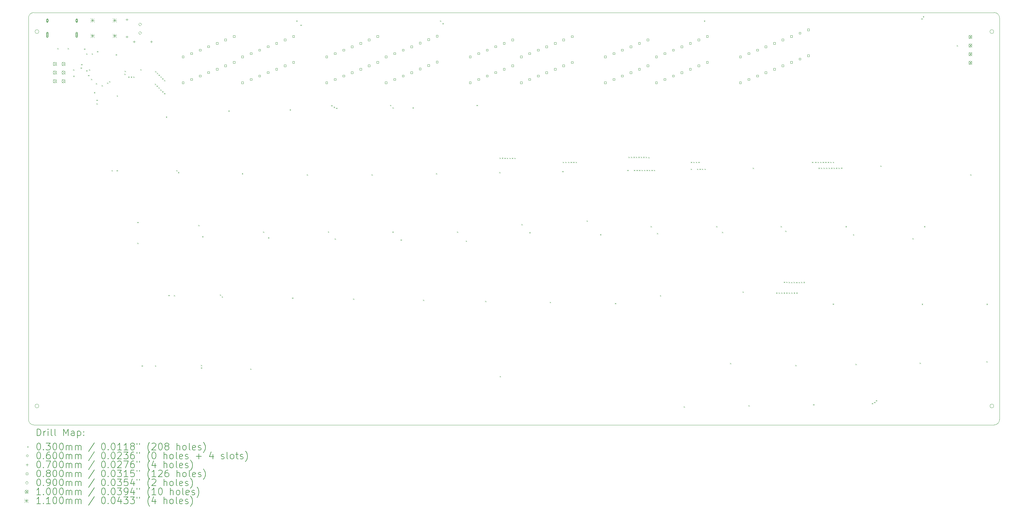
<source format=gbr>
%FSLAX45Y45*%
G04 Gerber Fmt 4.5, Leading zero omitted, Abs format (unit mm)*
G04 Created by KiCad (PCBNEW (6.0.0)) date 2022-01-10 13:14:15*
%MOMM*%
%LPD*%
G01*
G04 APERTURE LIST*
%TA.AperFunction,Profile*%
%ADD10C,0.100000*%
%TD*%
%TA.AperFunction,Profile*%
%ADD11C,0.050000*%
%TD*%
%ADD12C,0.200000*%
%ADD13C,0.030000*%
%ADD14C,0.060000*%
%ADD15C,0.070000*%
%ADD16C,0.080000*%
%ADD17C,0.090000*%
%ADD18C,0.100000*%
%ADD19C,0.110000*%
G04 APERTURE END LIST*
D10*
X35242500Y-20558125D02*
G75*
G03*
X35401250Y-20399375I0J158750D01*
G01*
X6985000Y-8413750D02*
G75*
G03*
X6826250Y-8572500I0J-158750D01*
G01*
D11*
X35232600Y-8975000D02*
G75*
G03*
X35232600Y-8975000I-57600J0D01*
G01*
D10*
X35242500Y-20558125D02*
X6985000Y-20558125D01*
D11*
X7132600Y-20000000D02*
G75*
G03*
X7132600Y-20000000I-57600J0D01*
G01*
X7132600Y-8975000D02*
G75*
G03*
X7132600Y-8975000I-57600J0D01*
G01*
D10*
X35401250Y-8572500D02*
G75*
G03*
X35242500Y-8413750I-158750J0D01*
G01*
X35401250Y-8572500D02*
X35401250Y-20399375D01*
X6826250Y-20399375D02*
G75*
G03*
X6985000Y-20558125I158750J0D01*
G01*
D11*
X35232600Y-20000000D02*
G75*
G03*
X35232600Y-20000000I-57600J0D01*
G01*
D10*
X6826250Y-20399375D02*
X6826250Y-8572500D01*
X6985000Y-8413750D02*
X35242500Y-8413750D01*
D12*
D13*
X7673000Y-9462000D02*
X7703000Y-9492000D01*
X7703000Y-9462000D02*
X7673000Y-9492000D01*
X7982000Y-9463000D02*
X8012000Y-9493000D01*
X8012000Y-9463000D02*
X7982000Y-9493000D01*
X8139473Y-10089527D02*
X8169473Y-10119527D01*
X8169473Y-10089527D02*
X8139473Y-10119527D01*
X8144000Y-10275000D02*
X8174000Y-10305000D01*
X8174000Y-10275000D02*
X8144000Y-10305000D01*
X8361000Y-10034000D02*
X8391000Y-10064000D01*
X8391000Y-10034000D02*
X8361000Y-10064000D01*
X8380000Y-9932000D02*
X8410000Y-9962000D01*
X8410000Y-9932000D02*
X8380000Y-9962000D01*
X8462000Y-9473000D02*
X8492000Y-9503000D01*
X8492000Y-9473000D02*
X8462000Y-9503000D01*
X8525000Y-9616000D02*
X8555000Y-9646000D01*
X8555000Y-9616000D02*
X8525000Y-9646000D01*
X8526085Y-10115024D02*
X8556085Y-10145024D01*
X8556085Y-10115024D02*
X8526085Y-10145024D01*
X8581431Y-10254545D02*
X8611431Y-10284545D01*
X8611431Y-10254545D02*
X8581431Y-10284545D01*
X8604029Y-10089691D02*
X8634029Y-10119691D01*
X8634029Y-10089691D02*
X8604029Y-10119691D01*
X8667229Y-10365271D02*
X8697229Y-10395271D01*
X8697229Y-10365271D02*
X8667229Y-10395271D01*
X8686251Y-9616249D02*
X8716251Y-9646249D01*
X8716251Y-9616249D02*
X8686251Y-9646249D01*
X8755000Y-10755000D02*
X8785000Y-10785000D01*
X8785000Y-10755000D02*
X8755000Y-10785000D01*
X8808935Y-10493000D02*
X8838935Y-10523000D01*
X8838935Y-10493000D02*
X8808935Y-10523000D01*
X8825000Y-10982350D02*
X8855000Y-11012350D01*
X8855000Y-10982350D02*
X8825000Y-11012350D01*
X8825000Y-11087650D02*
X8855000Y-11117650D01*
X8855000Y-11087650D02*
X8825000Y-11117650D01*
X8845000Y-9550000D02*
X8875000Y-9580000D01*
X8875000Y-9550000D02*
X8845000Y-9580000D01*
X8977098Y-10553498D02*
X9007098Y-10583498D01*
X9007098Y-10553498D02*
X8977098Y-10583498D01*
X9139000Y-10479000D02*
X9169000Y-10509000D01*
X9169000Y-10479000D02*
X9139000Y-10509000D01*
X9199000Y-10437000D02*
X9229000Y-10467000D01*
X9229000Y-10437000D02*
X9199000Y-10467000D01*
X9272333Y-13055667D02*
X9302333Y-13085667D01*
X9302333Y-13055667D02*
X9272333Y-13085667D01*
X9395000Y-9645000D02*
X9425000Y-9675000D01*
X9425000Y-9645000D02*
X9395000Y-9675000D01*
X9421292Y-13055708D02*
X9451292Y-13085708D01*
X9451292Y-13055708D02*
X9421292Y-13085708D01*
X9425000Y-10853000D02*
X9455000Y-10883000D01*
X9455000Y-10853000D02*
X9425000Y-10883000D01*
X9648851Y-10215149D02*
X9678851Y-10245149D01*
X9678851Y-10215149D02*
X9648851Y-10245149D01*
X9655000Y-10130000D02*
X9685000Y-10160000D01*
X9685000Y-10130000D02*
X9655000Y-10160000D01*
X9763660Y-10300945D02*
X9793660Y-10330945D01*
X9793660Y-10300945D02*
X9763660Y-10330945D01*
X9836300Y-10299727D02*
X9866300Y-10329727D01*
X9866300Y-10299727D02*
X9836300Y-10329727D01*
X9908950Y-10300134D02*
X9938950Y-10330134D01*
X9938950Y-10300134D02*
X9908950Y-10330134D01*
X10029650Y-14579000D02*
X10059650Y-14609000D01*
X10059650Y-14579000D02*
X10029650Y-14609000D01*
X10029650Y-15194000D02*
X10059650Y-15224000D01*
X10059650Y-15194000D02*
X10029650Y-15224000D01*
X10116083Y-10083083D02*
X10146083Y-10113083D01*
X10146083Y-10083083D02*
X10116083Y-10113083D01*
X10154771Y-18805771D02*
X10184771Y-18835771D01*
X10184771Y-18805771D02*
X10154771Y-18835771D01*
X10544701Y-10513304D02*
X10574701Y-10543304D01*
X10574701Y-10513304D02*
X10544701Y-10543304D01*
X10549000Y-18806000D02*
X10579000Y-18836000D01*
X10579000Y-18806000D02*
X10549000Y-18836000D01*
X10551602Y-10138542D02*
X10581602Y-10168542D01*
X10581602Y-10138542D02*
X10551602Y-10168542D01*
X10597351Y-10564999D02*
X10627351Y-10594999D01*
X10627351Y-10564999D02*
X10597351Y-10594999D01*
X10604252Y-10191128D02*
X10634252Y-10221128D01*
X10634252Y-10191128D02*
X10604252Y-10221128D01*
X10650001Y-10616999D02*
X10680001Y-10646999D01*
X10680001Y-10616999D02*
X10650001Y-10646999D01*
X10656902Y-10244098D02*
X10686902Y-10274098D01*
X10686902Y-10244098D02*
X10656902Y-10274098D01*
X10706350Y-10679261D02*
X10736350Y-10709261D01*
X10736350Y-10679261D02*
X10706350Y-10709261D01*
X10709752Y-10296000D02*
X10739752Y-10326000D01*
X10739752Y-10296000D02*
X10709752Y-10326000D01*
X10762402Y-10349598D02*
X10792402Y-10379598D01*
X10792402Y-10349598D02*
X10762402Y-10379598D01*
X10762752Y-10731499D02*
X10792752Y-10761499D01*
X10792752Y-10731499D02*
X10762752Y-10761499D01*
X10815402Y-10402598D02*
X10845402Y-10432598D01*
X10845402Y-10402598D02*
X10815402Y-10432598D01*
X10817350Y-10784499D02*
X10847350Y-10814499D01*
X10847350Y-10784499D02*
X10817350Y-10814499D01*
X10870000Y-11475000D02*
X10900000Y-11505000D01*
X10900000Y-11475000D02*
X10870000Y-11505000D01*
X10945271Y-16729729D02*
X10975271Y-16759729D01*
X10975271Y-16729729D02*
X10945271Y-16759729D01*
X11103000Y-16733000D02*
X11133000Y-16763000D01*
X11133000Y-16733000D02*
X11103000Y-16763000D01*
X11176833Y-13055167D02*
X11206833Y-13085167D01*
X11206833Y-13055167D02*
X11176833Y-13085167D01*
X11227000Y-13109346D02*
X11257000Y-13139346D01*
X11257000Y-13109346D02*
X11227000Y-13139346D01*
X11822000Y-14668000D02*
X11852000Y-14698000D01*
X11852000Y-14668000D02*
X11822000Y-14698000D01*
X11899945Y-18862971D02*
X11929945Y-18892971D01*
X11929945Y-18862971D02*
X11899945Y-18892971D01*
X11902000Y-18790350D02*
X11932000Y-18820350D01*
X11932000Y-18790350D02*
X11902000Y-18820350D01*
X11937500Y-14999395D02*
X11967500Y-15029395D01*
X11967500Y-14999395D02*
X11937500Y-15029395D01*
X12459708Y-16719292D02*
X12489708Y-16749292D01*
X12489708Y-16719292D02*
X12459708Y-16749292D01*
X12512679Y-16772263D02*
X12542679Y-16802263D01*
X12542679Y-16772263D02*
X12512679Y-16802263D01*
X12710000Y-11297671D02*
X12740000Y-11327671D01*
X12740000Y-11297671D02*
X12710000Y-11327671D01*
X13106000Y-13141998D02*
X13136000Y-13171998D01*
X13136000Y-13141998D02*
X13106000Y-13171998D01*
X13350000Y-18896000D02*
X13380000Y-18926000D01*
X13380000Y-18896000D02*
X13350000Y-18926000D01*
X13727500Y-14861443D02*
X13757500Y-14891443D01*
X13757500Y-14861443D02*
X13727500Y-14891443D01*
X13875000Y-15032047D02*
X13905000Y-15062047D01*
X13905000Y-15032047D02*
X13875000Y-15062047D01*
X14510000Y-11265019D02*
X14540000Y-11295019D01*
X14540000Y-11265019D02*
X14510000Y-11295019D01*
X14585000Y-16804390D02*
X14615000Y-16834390D01*
X14615000Y-16804390D02*
X14585000Y-16834390D01*
X14708000Y-8649349D02*
X14738000Y-8679349D01*
X14738000Y-8649349D02*
X14708000Y-8679349D01*
X14827389Y-8769569D02*
X14857389Y-8799569D01*
X14857389Y-8769569D02*
X14827389Y-8799569D01*
X15016000Y-13177000D02*
X15046000Y-13207000D01*
X15046000Y-13177000D02*
X15016000Y-13207000D01*
X15637500Y-14857500D02*
X15667500Y-14887500D01*
X15667500Y-14857500D02*
X15637500Y-14887500D01*
X15737000Y-11142000D02*
X15767000Y-11172000D01*
X15767000Y-11142000D02*
X15737000Y-11172000D01*
X15806000Y-11186650D02*
X15836000Y-11216650D01*
X15836000Y-11186650D02*
X15806000Y-11216650D01*
X15837000Y-15064699D02*
X15867000Y-15094699D01*
X15867000Y-15064699D02*
X15837000Y-15094699D01*
X15877072Y-11219302D02*
X15907072Y-11249302D01*
X15907072Y-11219302D02*
X15877072Y-11249302D01*
X16381000Y-16837042D02*
X16411000Y-16867042D01*
X16411000Y-16837042D02*
X16381000Y-16867042D01*
X16921000Y-13177650D02*
X16951000Y-13207650D01*
X16951000Y-13177650D02*
X16921000Y-13207650D01*
X17466000Y-11135002D02*
X17496000Y-11165002D01*
X17496000Y-11135002D02*
X17466000Y-11165002D01*
X17535000Y-14861443D02*
X17565000Y-14891443D01*
X17565000Y-14861443D02*
X17535000Y-14891443D01*
X17537820Y-11207650D02*
X17567820Y-11237650D01*
X17567820Y-11207650D02*
X17537820Y-11237650D01*
X17774000Y-15097351D02*
X17804000Y-15127351D01*
X17804000Y-15097351D02*
X17774000Y-15127351D01*
X18129000Y-11207650D02*
X18159000Y-11237650D01*
X18159000Y-11207650D02*
X18129000Y-11237650D01*
X18435000Y-16869694D02*
X18465000Y-16899694D01*
X18465000Y-16869694D02*
X18435000Y-16899694D01*
X18815000Y-13144998D02*
X18845000Y-13174998D01*
X18845000Y-13144998D02*
X18815000Y-13174998D01*
X18935000Y-8649349D02*
X18965000Y-8679349D01*
X18965000Y-8649349D02*
X18935000Y-8679349D01*
X19008229Y-8726229D02*
X19038229Y-8756229D01*
X19038229Y-8726229D02*
X19008229Y-8756229D01*
X19435000Y-14861443D02*
X19465000Y-14891443D01*
X19465000Y-14861443D02*
X19435000Y-14891443D01*
X19692500Y-15130003D02*
X19722500Y-15160003D01*
X19722500Y-15130003D02*
X19692500Y-15160003D01*
X20010000Y-11135000D02*
X20040000Y-11165000D01*
X20040000Y-11135000D02*
X20010000Y-11165000D01*
X20264381Y-16903965D02*
X20294381Y-16933965D01*
X20294381Y-16903965D02*
X20264381Y-16933965D01*
X20682000Y-13112346D02*
X20712000Y-13142346D01*
X20712000Y-13112346D02*
X20682000Y-13142346D01*
X20688000Y-12687000D02*
X20718000Y-12717000D01*
X20718000Y-12687000D02*
X20688000Y-12717000D01*
X20691000Y-19117000D02*
X20721000Y-19147000D01*
X20721000Y-19117000D02*
X20691000Y-19147000D01*
X20760642Y-12688118D02*
X20790642Y-12718118D01*
X20790642Y-12688118D02*
X20760642Y-12718118D01*
X20833253Y-12690507D02*
X20863253Y-12720507D01*
X20863253Y-12690507D02*
X20833253Y-12720507D01*
X20905900Y-12689808D02*
X20935900Y-12719808D01*
X20935900Y-12689808D02*
X20905900Y-12719808D01*
X20978538Y-12691138D02*
X21008538Y-12721138D01*
X21008538Y-12691138D02*
X20978538Y-12721138D01*
X21051188Y-12690963D02*
X21081188Y-12720963D01*
X21081188Y-12690963D02*
X21051188Y-12720963D01*
X21123826Y-12692266D02*
X21153826Y-12722266D01*
X21153826Y-12692266D02*
X21123826Y-12722266D01*
X21331000Y-14645000D02*
X21361000Y-14675000D01*
X21361000Y-14645000D02*
X21331000Y-14675000D01*
X21565000Y-14881000D02*
X21595000Y-14911000D01*
X21595000Y-14881000D02*
X21565000Y-14911000D01*
X22164000Y-16934998D02*
X22194000Y-16964998D01*
X22194000Y-16934998D02*
X22164000Y-16964998D01*
X22535000Y-13079694D02*
X22565000Y-13109694D01*
X22565000Y-13079694D02*
X22535000Y-13109694D01*
X22547500Y-12811134D02*
X22577500Y-12841134D01*
X22577500Y-12811134D02*
X22547500Y-12841134D01*
X22622500Y-12811134D02*
X22652500Y-12841134D01*
X22652500Y-12811134D02*
X22622500Y-12841134D01*
X22707796Y-12810838D02*
X22737796Y-12840838D01*
X22737796Y-12810838D02*
X22707796Y-12840838D01*
X22781498Y-12810081D02*
X22811498Y-12840081D01*
X22811498Y-12810081D02*
X22781498Y-12840081D01*
X22855575Y-12809700D02*
X22885575Y-12839700D01*
X22885575Y-12809700D02*
X22855575Y-12839700D01*
X22928545Y-12808211D02*
X22958545Y-12838211D01*
X22958545Y-12808211D02*
X22928545Y-12838211D01*
X23249000Y-14536000D02*
X23279000Y-14566000D01*
X23279000Y-14536000D02*
X23249000Y-14566000D01*
X23646000Y-14937650D02*
X23676000Y-14967650D01*
X23676000Y-14937650D02*
X23646000Y-14967650D01*
X24085000Y-16967650D02*
X24115000Y-16997650D01*
X24115000Y-16967650D02*
X24085000Y-16997650D01*
X24446000Y-13047042D02*
X24476000Y-13077042D01*
X24476000Y-13047042D02*
X24446000Y-13077042D01*
X24483000Y-12662000D02*
X24513000Y-12692000D01*
X24513000Y-12662000D02*
X24483000Y-12692000D01*
X24555641Y-12663153D02*
X24585641Y-12693153D01*
X24585641Y-12663153D02*
X24555641Y-12693153D01*
X24628291Y-12662966D02*
X24658291Y-12692966D01*
X24658291Y-12662966D02*
X24628291Y-12692966D01*
X24644002Y-13048787D02*
X24674002Y-13078787D01*
X24674002Y-13048787D02*
X24644002Y-13078787D01*
X24700930Y-12661683D02*
X24730930Y-12691683D01*
X24730930Y-12661683D02*
X24700930Y-12691683D01*
X24718378Y-13048704D02*
X24748378Y-13078704D01*
X24748378Y-13048704D02*
X24718378Y-13078704D01*
X24773579Y-12662183D02*
X24803579Y-12692183D01*
X24803579Y-12662183D02*
X24773579Y-12692183D01*
X24792675Y-13048543D02*
X24822675Y-13078543D01*
X24822675Y-13048543D02*
X24792675Y-13078543D01*
X24846228Y-12661837D02*
X24876228Y-12691837D01*
X24876228Y-12661837D02*
X24846228Y-12691837D01*
X24866816Y-13048226D02*
X24896816Y-13078226D01*
X24896816Y-13048226D02*
X24866816Y-13078226D01*
X24918878Y-12662023D02*
X24948878Y-12692023D01*
X24948878Y-12662023D02*
X24918878Y-12692023D01*
X24940995Y-13047946D02*
X24970995Y-13077946D01*
X24970995Y-13047946D02*
X24940995Y-13077946D01*
X24991513Y-12663529D02*
X25021513Y-12693529D01*
X25021513Y-12663529D02*
X24991513Y-12693529D01*
X25014549Y-13047042D02*
X25044549Y-13077042D01*
X25044549Y-13047042D02*
X25014549Y-13077042D01*
X25064010Y-12668234D02*
X25094010Y-12698234D01*
X25094010Y-12668234D02*
X25064010Y-12698234D01*
X25087199Y-13047042D02*
X25117199Y-13077042D01*
X25117199Y-13047042D02*
X25087199Y-13077042D01*
X25131000Y-14701742D02*
X25161000Y-14731742D01*
X25161000Y-14701742D02*
X25131000Y-14731742D01*
X25159850Y-13047042D02*
X25189850Y-13077042D01*
X25189850Y-13047042D02*
X25159850Y-13077042D01*
X25232500Y-13047042D02*
X25262500Y-13077042D01*
X25262500Y-13047042D02*
X25232500Y-13077042D01*
X25320000Y-14904998D02*
X25350000Y-14934998D01*
X25350000Y-14904998D02*
X25320000Y-14934998D01*
X25408009Y-16738688D02*
X25438009Y-16768688D01*
X25438009Y-16738688D02*
X25408009Y-16768688D01*
X26104949Y-20010725D02*
X26134949Y-20040725D01*
X26134949Y-20010725D02*
X26104949Y-20040725D01*
X26315000Y-13014390D02*
X26345000Y-13044390D01*
X26345000Y-13014390D02*
X26315000Y-13044390D01*
X26317000Y-12811134D02*
X26347000Y-12841134D01*
X26347000Y-12811134D02*
X26317000Y-12841134D01*
X26391229Y-12810905D02*
X26421229Y-12840905D01*
X26421229Y-12810905D02*
X26391229Y-12840905D01*
X26464898Y-12810115D02*
X26494898Y-12840115D01*
X26494898Y-12810115D02*
X26464898Y-12840115D01*
X26501000Y-13014390D02*
X26531000Y-13044390D01*
X26531000Y-13014390D02*
X26501000Y-13044390D01*
X26537541Y-12811134D02*
X26567541Y-12841134D01*
X26567541Y-12811134D02*
X26537541Y-12841134D01*
X26573650Y-13014390D02*
X26603650Y-13044390D01*
X26603650Y-13014390D02*
X26573650Y-13044390D01*
X26646301Y-13014390D02*
X26676301Y-13044390D01*
X26676301Y-13014390D02*
X26646301Y-13044390D01*
X26705000Y-8649350D02*
X26735000Y-8679350D01*
X26735000Y-8649350D02*
X26705000Y-8679350D01*
X26718951Y-13014390D02*
X26748951Y-13044390D01*
X26748951Y-13014390D02*
X26718951Y-13044390D01*
X27065000Y-14701742D02*
X27095000Y-14731742D01*
X27095000Y-14701742D02*
X27065000Y-14731742D01*
X27232500Y-14872346D02*
X27262500Y-14902346D01*
X27262500Y-14872346D02*
X27232500Y-14902346D01*
X27469000Y-18729998D02*
X27499000Y-18759998D01*
X27499000Y-18729998D02*
X27469000Y-18759998D01*
X27838911Y-16629144D02*
X27868911Y-16659144D01*
X27868911Y-16629144D02*
X27838911Y-16659144D01*
X28012000Y-19978073D02*
X28042000Y-20008073D01*
X28042000Y-19978073D02*
X28012000Y-20008073D01*
X28140000Y-12981738D02*
X28170000Y-13011738D01*
X28170000Y-12981738D02*
X28140000Y-13011738D01*
X28830305Y-16656650D02*
X28860305Y-16686650D01*
X28860305Y-16656650D02*
X28830305Y-16686650D01*
X28902955Y-16656650D02*
X28932955Y-16686650D01*
X28932955Y-16656650D02*
X28902955Y-16686650D01*
X28960000Y-14701742D02*
X28990000Y-14731742D01*
X28990000Y-14701742D02*
X28960000Y-14731742D01*
X28975606Y-16656650D02*
X29005606Y-16686650D01*
X29005606Y-16656650D02*
X28975606Y-16686650D01*
X29050000Y-16656650D02*
X29080000Y-16686650D01*
X29080000Y-16656650D02*
X29050000Y-16686650D01*
X29052000Y-16342000D02*
X29082000Y-16372000D01*
X29082000Y-16342000D02*
X29052000Y-16372000D01*
X29095000Y-14839694D02*
X29125000Y-14869694D01*
X29125000Y-14839694D02*
X29095000Y-14869694D01*
X29124650Y-16342000D02*
X29154650Y-16372000D01*
X29154650Y-16342000D02*
X29124650Y-16372000D01*
X29126350Y-16656650D02*
X29156350Y-16686650D01*
X29156350Y-16656650D02*
X29126350Y-16686650D01*
X29197271Y-16344061D02*
X29227271Y-16374061D01*
X29227271Y-16344061D02*
X29197271Y-16374061D01*
X29199000Y-16656650D02*
X29229000Y-16686650D01*
X29229000Y-16656650D02*
X29199000Y-16686650D01*
X29269842Y-16347463D02*
X29299842Y-16377463D01*
X29299842Y-16347463D02*
X29269842Y-16377463D01*
X29272554Y-16657554D02*
X29302554Y-16687554D01*
X29302554Y-16657554D02*
X29272554Y-16687554D01*
X29342488Y-16346701D02*
X29372488Y-16376701D01*
X29372488Y-16346701D02*
X29342488Y-16376701D01*
X29346558Y-16658009D02*
X29376558Y-16688009D01*
X29376558Y-16658009D02*
X29346558Y-16688009D01*
X29394000Y-18789650D02*
X29424000Y-18819650D01*
X29424000Y-18789650D02*
X29394000Y-18819650D01*
X29415137Y-16347158D02*
X29445137Y-16377158D01*
X29445137Y-16347158D02*
X29415137Y-16377158D01*
X29420785Y-16658240D02*
X29450785Y-16688240D01*
X29450785Y-16658240D02*
X29420785Y-16688240D01*
X29487787Y-16347159D02*
X29517787Y-16377159D01*
X29517787Y-16347159D02*
X29487787Y-16377159D01*
X29560419Y-16345559D02*
X29590419Y-16375559D01*
X29590419Y-16345559D02*
X29560419Y-16375559D01*
X29633066Y-16344788D02*
X29663066Y-16374788D01*
X29663066Y-16344788D02*
X29633066Y-16374788D01*
X29883045Y-12811134D02*
X29913045Y-12841134D01*
X29913045Y-12811134D02*
X29883045Y-12841134D01*
X29915000Y-19945421D02*
X29945000Y-19975421D01*
X29945000Y-19945421D02*
X29915000Y-19975421D01*
X29977350Y-12811134D02*
X30007350Y-12841134D01*
X30007350Y-12811134D02*
X29977350Y-12841134D01*
X30050000Y-12811134D02*
X30080000Y-12841134D01*
X30080000Y-12811134D02*
X30050000Y-12841134D01*
X30073419Y-12983470D02*
X30103419Y-13013470D01*
X30103419Y-12983470D02*
X30073419Y-13013470D01*
X30125350Y-12811134D02*
X30155350Y-12841134D01*
X30155350Y-12811134D02*
X30125350Y-12841134D01*
X30147783Y-12983375D02*
X30177783Y-13013375D01*
X30177783Y-12983375D02*
X30147783Y-13013375D01*
X30198000Y-12811134D02*
X30228000Y-12841134D01*
X30228000Y-12811134D02*
X30198000Y-12841134D01*
X30222032Y-12984084D02*
X30252032Y-13014084D01*
X30252032Y-12984084D02*
X30222032Y-13014084D01*
X30273000Y-12811134D02*
X30303000Y-12841134D01*
X30303000Y-12811134D02*
X30273000Y-12841134D01*
X30296973Y-12984566D02*
X30326973Y-13014566D01*
X30326973Y-12984566D02*
X30296973Y-13014566D01*
X30347752Y-12809032D02*
X30377752Y-12839032D01*
X30377752Y-12809032D02*
X30347752Y-12839032D01*
X30372446Y-12982642D02*
X30402446Y-13012642D01*
X30402446Y-12982642D02*
X30372446Y-13012642D01*
X30422343Y-12809163D02*
X30452343Y-12839163D01*
X30452343Y-12809163D02*
X30422343Y-12839163D01*
X30446000Y-12981738D02*
X30476000Y-13011738D01*
X30476000Y-12981738D02*
X30446000Y-13011738D01*
X30492000Y-16985000D02*
X30522000Y-17015000D01*
X30522000Y-16985000D02*
X30492000Y-17015000D01*
X30496870Y-12809231D02*
X30526870Y-12839231D01*
X30526870Y-12809231D02*
X30496870Y-12839231D01*
X30518650Y-12981738D02*
X30548650Y-13011738D01*
X30548650Y-12981738D02*
X30518650Y-13011738D01*
X30591301Y-12981738D02*
X30621301Y-13011738D01*
X30621301Y-12981738D02*
X30591301Y-13011738D01*
X30663951Y-12981738D02*
X30693951Y-13011738D01*
X30693951Y-12981738D02*
X30663951Y-13011738D01*
X30736595Y-12980817D02*
X30766595Y-13010817D01*
X30766595Y-12980817D02*
X30736595Y-13010817D01*
X30868000Y-14701742D02*
X30898000Y-14731742D01*
X30898000Y-14701742D02*
X30868000Y-14731742D01*
X31090000Y-14943000D02*
X31120000Y-14973000D01*
X31120000Y-14943000D02*
X31090000Y-14973000D01*
X31161000Y-18756998D02*
X31191000Y-18786998D01*
X31191000Y-18756998D02*
X31161000Y-18786998D01*
X31646000Y-19912769D02*
X31676000Y-19942769D01*
X31676000Y-19912769D02*
X31646000Y-19942769D01*
X31709579Y-19877616D02*
X31739579Y-19907616D01*
X31739579Y-19877616D02*
X31709579Y-19907616D01*
X31762229Y-19826764D02*
X31792229Y-19856764D01*
X31792229Y-19826764D02*
X31762229Y-19856764D01*
X31894271Y-12918729D02*
X31924271Y-12948729D01*
X31924271Y-12918729D02*
X31894271Y-12948729D01*
X32836000Y-15059000D02*
X32866000Y-15089000D01*
X32866000Y-15059000D02*
X32836000Y-15089000D01*
X33050000Y-18723998D02*
X33080000Y-18753998D01*
X33080000Y-18723998D02*
X33050000Y-18753998D01*
X33101145Y-8584157D02*
X33131145Y-8614157D01*
X33131145Y-8584157D02*
X33101145Y-8614157D01*
X33114000Y-16987000D02*
X33144000Y-17017000D01*
X33144000Y-16987000D02*
X33114000Y-17017000D01*
X33147000Y-8521000D02*
X33177000Y-8551000D01*
X33177000Y-8521000D02*
X33147000Y-8551000D01*
X33182500Y-14701742D02*
X33212500Y-14731742D01*
X33212500Y-14701742D02*
X33182500Y-14731742D01*
X34143412Y-9374588D02*
X34173412Y-9404588D01*
X34173412Y-9374588D02*
X34143412Y-9404588D01*
X34541000Y-13176000D02*
X34571000Y-13206000D01*
X34571000Y-13176000D02*
X34541000Y-13206000D01*
X35015000Y-18683000D02*
X35045000Y-18713000D01*
X35045000Y-18683000D02*
X35015000Y-18713000D01*
X35018000Y-16987000D02*
X35048000Y-17017000D01*
X35048000Y-16987000D02*
X35018000Y-17017000D01*
D14*
X7412000Y-8652375D02*
G75*
G03*
X7412000Y-8652375I-30000J0D01*
G01*
D12*
X7402000Y-8682375D02*
X7402000Y-8622375D01*
X7362000Y-8682375D02*
X7362000Y-8622375D01*
X7402000Y-8622375D02*
G75*
G03*
X7362000Y-8622375I-20000J0D01*
G01*
X7362000Y-8682375D02*
G75*
G03*
X7402000Y-8682375I20000J0D01*
G01*
D14*
X7412000Y-9070375D02*
G75*
G03*
X7412000Y-9070375I-30000J0D01*
G01*
D12*
X7402000Y-9125375D02*
X7402000Y-9015375D01*
X7362000Y-9125375D02*
X7362000Y-9015375D01*
X7402000Y-9015375D02*
G75*
G03*
X7362000Y-9015375I-20000J0D01*
G01*
X7362000Y-9125375D02*
G75*
G03*
X7402000Y-9125375I20000J0D01*
G01*
D14*
X8276000Y-8652375D02*
G75*
G03*
X8276000Y-8652375I-30000J0D01*
G01*
D12*
X8266000Y-8682375D02*
X8266000Y-8622375D01*
X8226000Y-8682375D02*
X8226000Y-8622375D01*
X8266000Y-8622375D02*
G75*
G03*
X8226000Y-8622375I-20000J0D01*
G01*
X8226000Y-8682375D02*
G75*
G03*
X8266000Y-8682375I20000J0D01*
G01*
D14*
X8276000Y-9070375D02*
G75*
G03*
X8276000Y-9070375I-30000J0D01*
G01*
D12*
X8266000Y-9125375D02*
X8266000Y-9015375D01*
X8226000Y-9125375D02*
X8226000Y-9015375D01*
X8266000Y-9015375D02*
G75*
G03*
X8226000Y-9015375I-20000J0D01*
G01*
X8226000Y-9125375D02*
G75*
G03*
X8266000Y-9125375I20000J0D01*
G01*
D15*
X9724000Y-8589000D02*
X9724000Y-8659000D01*
X9689000Y-8624000D02*
X9759000Y-8624000D01*
X9724000Y-9097000D02*
X9724000Y-9167000D01*
X9689000Y-9132000D02*
X9759000Y-9132000D01*
X9936000Y-9239000D02*
X9936000Y-9309000D01*
X9901000Y-9274000D02*
X9971000Y-9274000D01*
X10444000Y-9239000D02*
X10444000Y-9309000D01*
X10409000Y-9274000D02*
X10479000Y-9274000D01*
D16*
X11402284Y-9747285D02*
X11402284Y-9690716D01*
X11345715Y-9690716D01*
X11345715Y-9747285D01*
X11402284Y-9747285D01*
X11402284Y-10509285D02*
X11402284Y-10452716D01*
X11345715Y-10452716D01*
X11345715Y-10509285D01*
X11402284Y-10509285D01*
X11652284Y-9647285D02*
X11652284Y-9590716D01*
X11595715Y-9590716D01*
X11595715Y-9647285D01*
X11652284Y-9647285D01*
X11652284Y-10409285D02*
X11652284Y-10352716D01*
X11595715Y-10352716D01*
X11595715Y-10409285D01*
X11652284Y-10409285D01*
X11902284Y-9547285D02*
X11902284Y-9490716D01*
X11845715Y-9490716D01*
X11845715Y-9547285D01*
X11902284Y-9547285D01*
X11902284Y-10309285D02*
X11902284Y-10252716D01*
X11845715Y-10252716D01*
X11845715Y-10309285D01*
X11902284Y-10309285D01*
X12152284Y-9446285D02*
X12152284Y-9389716D01*
X12095715Y-9389716D01*
X12095715Y-9446285D01*
X12152284Y-9446285D01*
X12152284Y-10208285D02*
X12152284Y-10151716D01*
X12095715Y-10151716D01*
X12095715Y-10208285D01*
X12152284Y-10208285D01*
X12402284Y-9346285D02*
X12402284Y-9289716D01*
X12345715Y-9289716D01*
X12345715Y-9346285D01*
X12402284Y-9346285D01*
X12402284Y-10108285D02*
X12402284Y-10051716D01*
X12345715Y-10051716D01*
X12345715Y-10108285D01*
X12402284Y-10108285D01*
X12652284Y-9247285D02*
X12652284Y-9190716D01*
X12595715Y-9190716D01*
X12595715Y-9247285D01*
X12652284Y-9247285D01*
X12652284Y-10009285D02*
X12652284Y-9952716D01*
X12595715Y-9952716D01*
X12595715Y-10009285D01*
X12652284Y-10009285D01*
X12902284Y-9147285D02*
X12902284Y-9090716D01*
X12845715Y-9090716D01*
X12845715Y-9147285D01*
X12902284Y-9147285D01*
X12902284Y-9909285D02*
X12902284Y-9852716D01*
X12845715Y-9852716D01*
X12845715Y-9909285D01*
X12902284Y-9909285D01*
X13152284Y-9747285D02*
X13152284Y-9690716D01*
X13095715Y-9690716D01*
X13095715Y-9747285D01*
X13152284Y-9747285D01*
X13152284Y-10509285D02*
X13152284Y-10452716D01*
X13095715Y-10452716D01*
X13095715Y-10509285D01*
X13152284Y-10509285D01*
X13402284Y-9647285D02*
X13402284Y-9590716D01*
X13345715Y-9590716D01*
X13345715Y-9647285D01*
X13402284Y-9647285D01*
X13402284Y-10409285D02*
X13402284Y-10352716D01*
X13345715Y-10352716D01*
X13345715Y-10409285D01*
X13402284Y-10409285D01*
X13652284Y-9547285D02*
X13652284Y-9490716D01*
X13595715Y-9490716D01*
X13595715Y-9547285D01*
X13652284Y-9547285D01*
X13652284Y-10309285D02*
X13652284Y-10252716D01*
X13595715Y-10252716D01*
X13595715Y-10309285D01*
X13652284Y-10309285D01*
X13902284Y-9446285D02*
X13902284Y-9389716D01*
X13845715Y-9389716D01*
X13845715Y-9446285D01*
X13902284Y-9446285D01*
X13902284Y-10208285D02*
X13902284Y-10151716D01*
X13845715Y-10151716D01*
X13845715Y-10208285D01*
X13902284Y-10208285D01*
X14152284Y-9346285D02*
X14152284Y-9289716D01*
X14095715Y-9289716D01*
X14095715Y-9346285D01*
X14152284Y-9346285D01*
X14152284Y-10108285D02*
X14152284Y-10051716D01*
X14095715Y-10051716D01*
X14095715Y-10108285D01*
X14152284Y-10108285D01*
X14402284Y-9247285D02*
X14402284Y-9190716D01*
X14345715Y-9190716D01*
X14345715Y-9247285D01*
X14402284Y-9247285D01*
X14402284Y-10009285D02*
X14402284Y-9952716D01*
X14345715Y-9952716D01*
X14345715Y-10009285D01*
X14402284Y-10009285D01*
X14652284Y-9147285D02*
X14652284Y-9090716D01*
X14595715Y-9090716D01*
X14595715Y-9147285D01*
X14652284Y-9147285D01*
X14652284Y-9909285D02*
X14652284Y-9852716D01*
X14595715Y-9852716D01*
X14595715Y-9909285D01*
X14652284Y-9909285D01*
X15626284Y-9747285D02*
X15626284Y-9690716D01*
X15569715Y-9690716D01*
X15569715Y-9747285D01*
X15626284Y-9747285D01*
X15626284Y-10509285D02*
X15626284Y-10452716D01*
X15569715Y-10452716D01*
X15569715Y-10509285D01*
X15626284Y-10509285D01*
X15877284Y-9647285D02*
X15877284Y-9590716D01*
X15820715Y-9590716D01*
X15820715Y-9647285D01*
X15877284Y-9647285D01*
X15877284Y-10409285D02*
X15877284Y-10352716D01*
X15820715Y-10352716D01*
X15820715Y-10409285D01*
X15877284Y-10409285D01*
X16127284Y-9547285D02*
X16127284Y-9490716D01*
X16070715Y-9490716D01*
X16070715Y-9547285D01*
X16127284Y-9547285D01*
X16127284Y-10309285D02*
X16127284Y-10252716D01*
X16070715Y-10252716D01*
X16070715Y-10309285D01*
X16127284Y-10309285D01*
X16377284Y-9447285D02*
X16377284Y-9390716D01*
X16320715Y-9390716D01*
X16320715Y-9447285D01*
X16377284Y-9447285D01*
X16377284Y-10209285D02*
X16377284Y-10152716D01*
X16320715Y-10152716D01*
X16320715Y-10209285D01*
X16377284Y-10209285D01*
X16627284Y-9347285D02*
X16627284Y-9290716D01*
X16570715Y-9290716D01*
X16570715Y-9347285D01*
X16627284Y-9347285D01*
X16627284Y-10109285D02*
X16627284Y-10052716D01*
X16570715Y-10052716D01*
X16570715Y-10109285D01*
X16627284Y-10109285D01*
X16877285Y-9247285D02*
X16877285Y-9190716D01*
X16820716Y-9190716D01*
X16820716Y-9247285D01*
X16877285Y-9247285D01*
X16877285Y-10009285D02*
X16877285Y-9952716D01*
X16820716Y-9952716D01*
X16820716Y-10009285D01*
X16877285Y-10009285D01*
X17127285Y-9147285D02*
X17127285Y-9090716D01*
X17070716Y-9090716D01*
X17070716Y-9147285D01*
X17127285Y-9147285D01*
X17127285Y-9909285D02*
X17127285Y-9852716D01*
X17070716Y-9852716D01*
X17070716Y-9909285D01*
X17127285Y-9909285D01*
X17377285Y-9747285D02*
X17377285Y-9690716D01*
X17320716Y-9690716D01*
X17320716Y-9747285D01*
X17377285Y-9747285D01*
X17377285Y-10509285D02*
X17377285Y-10452716D01*
X17320716Y-10452716D01*
X17320716Y-10509285D01*
X17377285Y-10509285D01*
X17627285Y-9647285D02*
X17627285Y-9590716D01*
X17570716Y-9590716D01*
X17570716Y-9647285D01*
X17627285Y-9647285D01*
X17627285Y-10409285D02*
X17627285Y-10352716D01*
X17570716Y-10352716D01*
X17570716Y-10409285D01*
X17627285Y-10409285D01*
X17877285Y-9547285D02*
X17877285Y-9490716D01*
X17820716Y-9490716D01*
X17820716Y-9547285D01*
X17877285Y-9547285D01*
X17877285Y-10309285D02*
X17877285Y-10252716D01*
X17820716Y-10252716D01*
X17820716Y-10309285D01*
X17877285Y-10309285D01*
X18127285Y-9448285D02*
X18127285Y-9391716D01*
X18070716Y-9391716D01*
X18070716Y-9448285D01*
X18127285Y-9448285D01*
X18127285Y-10210285D02*
X18127285Y-10153716D01*
X18070716Y-10153716D01*
X18070716Y-10210285D01*
X18127285Y-10210285D01*
X18377285Y-9337285D02*
X18377285Y-9280716D01*
X18320716Y-9280716D01*
X18320716Y-9337285D01*
X18377285Y-9337285D01*
X18377285Y-10099285D02*
X18377285Y-10042716D01*
X18320716Y-10042716D01*
X18320716Y-10099285D01*
X18377285Y-10099285D01*
X18627285Y-9237285D02*
X18627285Y-9180716D01*
X18570716Y-9180716D01*
X18570716Y-9237285D01*
X18627285Y-9237285D01*
X18627285Y-9999285D02*
X18627285Y-9942716D01*
X18570716Y-9942716D01*
X18570716Y-9999285D01*
X18627285Y-9999285D01*
X18877285Y-9137285D02*
X18877285Y-9080716D01*
X18820716Y-9080716D01*
X18820716Y-9137285D01*
X18877285Y-9137285D01*
X18877285Y-9899285D02*
X18877285Y-9842716D01*
X18820716Y-9842716D01*
X18820716Y-9899285D01*
X18877285Y-9899285D01*
X19850285Y-9745285D02*
X19850285Y-9688716D01*
X19793716Y-9688716D01*
X19793716Y-9745285D01*
X19850285Y-9745285D01*
X19850285Y-10507285D02*
X19850285Y-10450716D01*
X19793716Y-10450716D01*
X19793716Y-10507285D01*
X19850285Y-10507285D01*
X20101285Y-9647285D02*
X20101285Y-9590716D01*
X20044716Y-9590716D01*
X20044716Y-9647285D01*
X20101285Y-9647285D01*
X20101285Y-10409285D02*
X20101285Y-10352716D01*
X20044716Y-10352716D01*
X20044716Y-10409285D01*
X20101285Y-10409285D01*
X20351285Y-9546285D02*
X20351285Y-9489716D01*
X20294716Y-9489716D01*
X20294716Y-9546285D01*
X20351285Y-9546285D01*
X20351285Y-10308285D02*
X20351285Y-10251716D01*
X20294716Y-10251716D01*
X20294716Y-10308285D01*
X20351285Y-10308285D01*
X20601285Y-9446285D02*
X20601285Y-9389716D01*
X20544716Y-9389716D01*
X20544716Y-9446285D01*
X20601285Y-9446285D01*
X20601285Y-10208285D02*
X20601285Y-10151716D01*
X20544716Y-10151716D01*
X20544716Y-10208285D01*
X20601285Y-10208285D01*
X20851285Y-9346285D02*
X20851285Y-9289716D01*
X20794716Y-9289716D01*
X20794716Y-9346285D01*
X20851285Y-9346285D01*
X20851285Y-10108285D02*
X20851285Y-10051716D01*
X20794716Y-10051716D01*
X20794716Y-10108285D01*
X20851285Y-10108285D01*
X21101285Y-9246285D02*
X21101285Y-9189716D01*
X21044716Y-9189716D01*
X21044716Y-9246285D01*
X21101285Y-9246285D01*
X21101285Y-10008285D02*
X21101285Y-9951716D01*
X21044716Y-9951716D01*
X21044716Y-10008285D01*
X21101285Y-10008285D01*
X21351285Y-9747285D02*
X21351285Y-9690716D01*
X21294716Y-9690716D01*
X21294716Y-9747285D01*
X21351285Y-9747285D01*
X21351285Y-10509285D02*
X21351285Y-10452716D01*
X21294716Y-10452716D01*
X21294716Y-10509285D01*
X21351285Y-10509285D01*
X21601285Y-9647285D02*
X21601285Y-9590716D01*
X21544716Y-9590716D01*
X21544716Y-9647285D01*
X21601285Y-9647285D01*
X21601285Y-10409285D02*
X21601285Y-10352716D01*
X21544716Y-10352716D01*
X21544716Y-10409285D01*
X21601285Y-10409285D01*
X21851285Y-9547285D02*
X21851285Y-9490716D01*
X21794716Y-9490716D01*
X21794716Y-9547285D01*
X21851285Y-9547285D01*
X21851285Y-10309285D02*
X21851285Y-10252716D01*
X21794716Y-10252716D01*
X21794716Y-10309285D01*
X21851285Y-10309285D01*
X22101285Y-9448285D02*
X22101285Y-9391716D01*
X22044716Y-9391716D01*
X22044716Y-9448285D01*
X22101285Y-9448285D01*
X22101285Y-10210285D02*
X22101285Y-10153716D01*
X22044716Y-10153716D01*
X22044716Y-10210285D01*
X22101285Y-10210285D01*
X22351285Y-9347285D02*
X22351285Y-9290716D01*
X22294716Y-9290716D01*
X22294716Y-9347285D01*
X22351285Y-9347285D01*
X22351285Y-10109285D02*
X22351285Y-10052716D01*
X22294716Y-10052716D01*
X22294716Y-10109285D01*
X22351285Y-10109285D01*
X22601284Y-9247285D02*
X22601284Y-9190716D01*
X22544715Y-9190716D01*
X22544715Y-9247285D01*
X22601284Y-9247285D01*
X22601284Y-10009285D02*
X22601284Y-9952716D01*
X22544715Y-9952716D01*
X22544715Y-10009285D01*
X22601284Y-10009285D01*
X22855284Y-9149285D02*
X22855284Y-9092716D01*
X22798715Y-9092716D01*
X22798715Y-9149285D01*
X22855284Y-9149285D01*
X22855284Y-9911285D02*
X22855284Y-9854716D01*
X22798715Y-9854716D01*
X22798715Y-9911285D01*
X22855284Y-9911285D01*
X23828284Y-9747285D02*
X23828284Y-9690716D01*
X23771715Y-9690716D01*
X23771715Y-9747285D01*
X23828284Y-9747285D01*
X23828284Y-10509285D02*
X23828284Y-10452716D01*
X23771715Y-10452716D01*
X23771715Y-10509285D01*
X23828284Y-10509285D01*
X24078284Y-9648285D02*
X24078284Y-9591716D01*
X24021715Y-9591716D01*
X24021715Y-9648285D01*
X24078284Y-9648285D01*
X24078284Y-10410285D02*
X24078284Y-10353716D01*
X24021715Y-10353716D01*
X24021715Y-10410285D01*
X24078284Y-10410285D01*
X24328284Y-9547285D02*
X24328284Y-9490716D01*
X24271715Y-9490716D01*
X24271715Y-9547285D01*
X24328284Y-9547285D01*
X24328284Y-10309285D02*
X24328284Y-10252716D01*
X24271715Y-10252716D01*
X24271715Y-10309285D01*
X24328284Y-10309285D01*
X24578284Y-9447285D02*
X24578284Y-9390716D01*
X24521715Y-9390716D01*
X24521715Y-9447285D01*
X24578284Y-9447285D01*
X24578284Y-10209285D02*
X24578284Y-10152716D01*
X24521715Y-10152716D01*
X24521715Y-10209285D01*
X24578284Y-10209285D01*
X24828284Y-9347285D02*
X24828284Y-9290716D01*
X24771715Y-9290716D01*
X24771715Y-9347285D01*
X24828284Y-9347285D01*
X24828284Y-10109285D02*
X24828284Y-10052716D01*
X24771715Y-10052716D01*
X24771715Y-10109285D01*
X24828284Y-10109285D01*
X25078284Y-9247285D02*
X25078284Y-9190716D01*
X25021715Y-9190716D01*
X25021715Y-9247285D01*
X25078284Y-9247285D01*
X25078284Y-10009285D02*
X25078284Y-9952716D01*
X25021715Y-9952716D01*
X25021715Y-10009285D01*
X25078284Y-10009285D01*
X25328284Y-9747285D02*
X25328284Y-9690716D01*
X25271715Y-9690716D01*
X25271715Y-9747285D01*
X25328284Y-9747285D01*
X25328284Y-10509285D02*
X25328284Y-10452716D01*
X25271715Y-10452716D01*
X25271715Y-10509285D01*
X25328284Y-10509285D01*
X25578284Y-9647285D02*
X25578284Y-9590716D01*
X25521715Y-9590716D01*
X25521715Y-9647285D01*
X25578284Y-9647285D01*
X25578284Y-10409285D02*
X25578284Y-10352716D01*
X25521715Y-10352716D01*
X25521715Y-10409285D01*
X25578284Y-10409285D01*
X25828284Y-9547285D02*
X25828284Y-9490716D01*
X25771715Y-9490716D01*
X25771715Y-9547285D01*
X25828284Y-9547285D01*
X25828284Y-10309285D02*
X25828284Y-10252716D01*
X25771715Y-10252716D01*
X25771715Y-10309285D01*
X25828284Y-10309285D01*
X26078284Y-9447285D02*
X26078284Y-9390716D01*
X26021715Y-9390716D01*
X26021715Y-9447285D01*
X26078284Y-9447285D01*
X26078284Y-10209285D02*
X26078284Y-10152716D01*
X26021715Y-10152716D01*
X26021715Y-10209285D01*
X26078284Y-10209285D01*
X26328284Y-9347285D02*
X26328284Y-9290716D01*
X26271715Y-9290716D01*
X26271715Y-9347285D01*
X26328284Y-9347285D01*
X26328284Y-10109285D02*
X26328284Y-10052716D01*
X26271715Y-10052716D01*
X26271715Y-10109285D01*
X26328284Y-10109285D01*
X26578284Y-9247285D02*
X26578284Y-9190716D01*
X26521715Y-9190716D01*
X26521715Y-9247285D01*
X26578284Y-9247285D01*
X26578284Y-10009285D02*
X26578284Y-9952716D01*
X26521715Y-9952716D01*
X26521715Y-10009285D01*
X26578284Y-10009285D01*
X26828284Y-9146285D02*
X26828284Y-9089716D01*
X26771715Y-9089716D01*
X26771715Y-9146285D01*
X26828284Y-9146285D01*
X26828284Y-9908285D02*
X26828284Y-9851716D01*
X26771715Y-9851716D01*
X26771715Y-9908285D01*
X26828284Y-9908285D01*
X27802284Y-9747285D02*
X27802284Y-9690716D01*
X27745715Y-9690716D01*
X27745715Y-9747285D01*
X27802284Y-9747285D01*
X27802284Y-10509285D02*
X27802284Y-10452716D01*
X27745715Y-10452716D01*
X27745715Y-10509285D01*
X27802284Y-10509285D01*
X28052284Y-9647285D02*
X28052284Y-9590716D01*
X27995715Y-9590716D01*
X27995715Y-9647285D01*
X28052284Y-9647285D01*
X28052284Y-10409285D02*
X28052284Y-10352716D01*
X27995715Y-10352716D01*
X27995715Y-10409285D01*
X28052284Y-10409285D01*
X28302284Y-9547285D02*
X28302284Y-9490716D01*
X28245715Y-9490716D01*
X28245715Y-9547285D01*
X28302284Y-9547285D01*
X28302284Y-10309285D02*
X28302284Y-10252716D01*
X28245715Y-10252716D01*
X28245715Y-10309285D01*
X28302284Y-10309285D01*
X28552284Y-9447285D02*
X28552284Y-9390716D01*
X28495715Y-9390716D01*
X28495715Y-9447285D01*
X28552284Y-9447285D01*
X28552284Y-10209285D02*
X28552284Y-10152716D01*
X28495715Y-10152716D01*
X28495715Y-10209285D01*
X28552284Y-10209285D01*
X28802284Y-9347285D02*
X28802284Y-9290716D01*
X28745715Y-9290716D01*
X28745715Y-9347285D01*
X28802284Y-9347285D01*
X28802284Y-10109285D02*
X28802284Y-10052716D01*
X28745715Y-10052716D01*
X28745715Y-10109285D01*
X28802284Y-10109285D01*
X29052284Y-9247285D02*
X29052284Y-9190716D01*
X28995715Y-9190716D01*
X28995715Y-9247285D01*
X29052284Y-9247285D01*
X29052284Y-10009285D02*
X29052284Y-9952716D01*
X28995715Y-9952716D01*
X28995715Y-10009285D01*
X29052284Y-10009285D01*
X29302284Y-9147285D02*
X29302284Y-9090716D01*
X29245715Y-9090716D01*
X29245715Y-9147285D01*
X29302284Y-9147285D01*
X29302284Y-9909285D02*
X29302284Y-9852716D01*
X29245715Y-9852716D01*
X29245715Y-9909285D01*
X29302284Y-9909285D01*
X29553284Y-9047285D02*
X29553284Y-8990716D01*
X29496715Y-8990716D01*
X29496715Y-9047285D01*
X29553284Y-9047285D01*
X29553284Y-9809285D02*
X29553284Y-9752716D01*
X29496715Y-9752716D01*
X29496715Y-9809285D01*
X29553284Y-9809285D01*
X29805284Y-8947285D02*
X29805284Y-8890716D01*
X29748715Y-8890716D01*
X29748715Y-8947285D01*
X29805284Y-8947285D01*
X29805284Y-9709285D02*
X29805284Y-9652716D01*
X29748715Y-9652716D01*
X29748715Y-9709285D01*
X29805284Y-9709285D01*
D17*
X10105000Y-8803500D02*
X10150000Y-8758500D01*
X10105000Y-8713500D01*
X10060000Y-8758500D01*
X10105000Y-8803500D01*
X10105000Y-9057500D02*
X10150000Y-9012500D01*
X10105000Y-8967500D01*
X10060000Y-9012500D01*
X10105000Y-9057500D01*
D18*
X7554000Y-9878000D02*
X7654000Y-9978000D01*
X7654000Y-9878000D02*
X7554000Y-9978000D01*
X7654000Y-9928000D02*
G75*
G03*
X7654000Y-9928000I-50000J0D01*
G01*
X7554000Y-10132000D02*
X7654000Y-10232000D01*
X7654000Y-10132000D02*
X7554000Y-10232000D01*
X7654000Y-10182000D02*
G75*
G03*
X7654000Y-10182000I-50000J0D01*
G01*
X7554000Y-10386000D02*
X7654000Y-10486000D01*
X7654000Y-10386000D02*
X7554000Y-10486000D01*
X7654000Y-10436000D02*
G75*
G03*
X7654000Y-10436000I-50000J0D01*
G01*
X7808000Y-9878000D02*
X7908000Y-9978000D01*
X7908000Y-9878000D02*
X7808000Y-9978000D01*
X7908000Y-9928000D02*
G75*
G03*
X7908000Y-9928000I-50000J0D01*
G01*
X7808000Y-10132000D02*
X7908000Y-10232000D01*
X7908000Y-10132000D02*
X7808000Y-10232000D01*
X7908000Y-10182000D02*
G75*
G03*
X7908000Y-10182000I-50000J0D01*
G01*
X7808000Y-10386000D02*
X7908000Y-10486000D01*
X7908000Y-10386000D02*
X7808000Y-10486000D01*
X7908000Y-10436000D02*
G75*
G03*
X7908000Y-10436000I-50000J0D01*
G01*
X34492000Y-9082000D02*
X34592000Y-9182000D01*
X34592000Y-9082000D02*
X34492000Y-9182000D01*
X34592000Y-9132000D02*
G75*
G03*
X34592000Y-9132000I-50000J0D01*
G01*
X34492000Y-9336000D02*
X34592000Y-9436000D01*
X34592000Y-9336000D02*
X34492000Y-9436000D01*
X34592000Y-9386000D02*
G75*
G03*
X34592000Y-9386000I-50000J0D01*
G01*
X34492000Y-9590000D02*
X34592000Y-9690000D01*
X34592000Y-9590000D02*
X34492000Y-9690000D01*
X34592000Y-9640000D02*
G75*
G03*
X34592000Y-9640000I-50000J0D01*
G01*
X34492000Y-9844000D02*
X34592000Y-9944000D01*
X34592000Y-9844000D02*
X34492000Y-9944000D01*
X34592000Y-9894000D02*
G75*
G03*
X34592000Y-9894000I-50000J0D01*
G01*
D19*
X8655000Y-8591000D02*
X8765000Y-8701000D01*
X8765000Y-8591000D02*
X8655000Y-8701000D01*
X8710000Y-8591000D02*
X8710000Y-8701000D01*
X8655000Y-8646000D02*
X8765000Y-8646000D01*
X8655000Y-9041000D02*
X8765000Y-9151000D01*
X8765000Y-9041000D02*
X8655000Y-9151000D01*
X8710000Y-9041000D02*
X8710000Y-9151000D01*
X8655000Y-9096000D02*
X8765000Y-9096000D01*
X9305000Y-8591000D02*
X9415000Y-8701000D01*
X9415000Y-8591000D02*
X9305000Y-8701000D01*
X9360000Y-8591000D02*
X9360000Y-8701000D01*
X9305000Y-8646000D02*
X9415000Y-8646000D01*
X9305000Y-9041000D02*
X9415000Y-9151000D01*
X9415000Y-9041000D02*
X9305000Y-9151000D01*
X9360000Y-9041000D02*
X9360000Y-9151000D01*
X9305000Y-9096000D02*
X9415000Y-9096000D01*
D12*
X7078869Y-20873601D02*
X7078869Y-20673601D01*
X7126488Y-20673601D01*
X7155059Y-20683125D01*
X7174107Y-20702173D01*
X7183631Y-20721220D01*
X7193155Y-20759315D01*
X7193155Y-20787887D01*
X7183631Y-20825982D01*
X7174107Y-20845030D01*
X7155059Y-20864077D01*
X7126488Y-20873601D01*
X7078869Y-20873601D01*
X7278869Y-20873601D02*
X7278869Y-20740268D01*
X7278869Y-20778363D02*
X7288393Y-20759315D01*
X7297917Y-20749792D01*
X7316964Y-20740268D01*
X7336012Y-20740268D01*
X7402678Y-20873601D02*
X7402678Y-20740268D01*
X7402678Y-20673601D02*
X7393155Y-20683125D01*
X7402678Y-20692649D01*
X7412202Y-20683125D01*
X7402678Y-20673601D01*
X7402678Y-20692649D01*
X7526488Y-20873601D02*
X7507440Y-20864077D01*
X7497917Y-20845030D01*
X7497917Y-20673601D01*
X7631250Y-20873601D02*
X7612202Y-20864077D01*
X7602678Y-20845030D01*
X7602678Y-20673601D01*
X7859821Y-20873601D02*
X7859821Y-20673601D01*
X7926488Y-20816458D01*
X7993155Y-20673601D01*
X7993155Y-20873601D01*
X8174107Y-20873601D02*
X8174107Y-20768839D01*
X8164583Y-20749792D01*
X8145536Y-20740268D01*
X8107440Y-20740268D01*
X8088393Y-20749792D01*
X8174107Y-20864077D02*
X8155059Y-20873601D01*
X8107440Y-20873601D01*
X8088393Y-20864077D01*
X8078869Y-20845030D01*
X8078869Y-20825982D01*
X8088393Y-20806935D01*
X8107440Y-20797411D01*
X8155059Y-20797411D01*
X8174107Y-20787887D01*
X8269345Y-20740268D02*
X8269345Y-20940268D01*
X8269345Y-20749792D02*
X8288393Y-20740268D01*
X8326488Y-20740268D01*
X8345536Y-20749792D01*
X8355059Y-20759315D01*
X8364583Y-20778363D01*
X8364583Y-20835506D01*
X8355059Y-20854554D01*
X8345536Y-20864077D01*
X8326488Y-20873601D01*
X8288393Y-20873601D01*
X8269345Y-20864077D01*
X8450298Y-20854554D02*
X8459821Y-20864077D01*
X8450298Y-20873601D01*
X8440774Y-20864077D01*
X8450298Y-20854554D01*
X8450298Y-20873601D01*
X8450298Y-20749792D02*
X8459821Y-20759315D01*
X8450298Y-20768839D01*
X8440774Y-20759315D01*
X8450298Y-20749792D01*
X8450298Y-20768839D01*
D13*
X6791250Y-21188125D02*
X6821250Y-21218125D01*
X6821250Y-21188125D02*
X6791250Y-21218125D01*
D12*
X7116964Y-21093601D02*
X7136012Y-21093601D01*
X7155059Y-21103125D01*
X7164583Y-21112649D01*
X7174107Y-21131696D01*
X7183631Y-21169792D01*
X7183631Y-21217411D01*
X7174107Y-21255506D01*
X7164583Y-21274554D01*
X7155059Y-21284077D01*
X7136012Y-21293601D01*
X7116964Y-21293601D01*
X7097917Y-21284077D01*
X7088393Y-21274554D01*
X7078869Y-21255506D01*
X7069345Y-21217411D01*
X7069345Y-21169792D01*
X7078869Y-21131696D01*
X7088393Y-21112649D01*
X7097917Y-21103125D01*
X7116964Y-21093601D01*
X7269345Y-21274554D02*
X7278869Y-21284077D01*
X7269345Y-21293601D01*
X7259821Y-21284077D01*
X7269345Y-21274554D01*
X7269345Y-21293601D01*
X7345536Y-21093601D02*
X7469345Y-21093601D01*
X7402678Y-21169792D01*
X7431250Y-21169792D01*
X7450298Y-21179315D01*
X7459821Y-21188839D01*
X7469345Y-21207887D01*
X7469345Y-21255506D01*
X7459821Y-21274554D01*
X7450298Y-21284077D01*
X7431250Y-21293601D01*
X7374107Y-21293601D01*
X7355059Y-21284077D01*
X7345536Y-21274554D01*
X7593155Y-21093601D02*
X7612202Y-21093601D01*
X7631250Y-21103125D01*
X7640774Y-21112649D01*
X7650298Y-21131696D01*
X7659821Y-21169792D01*
X7659821Y-21217411D01*
X7650298Y-21255506D01*
X7640774Y-21274554D01*
X7631250Y-21284077D01*
X7612202Y-21293601D01*
X7593155Y-21293601D01*
X7574107Y-21284077D01*
X7564583Y-21274554D01*
X7555059Y-21255506D01*
X7545536Y-21217411D01*
X7545536Y-21169792D01*
X7555059Y-21131696D01*
X7564583Y-21112649D01*
X7574107Y-21103125D01*
X7593155Y-21093601D01*
X7783631Y-21093601D02*
X7802678Y-21093601D01*
X7821726Y-21103125D01*
X7831250Y-21112649D01*
X7840774Y-21131696D01*
X7850298Y-21169792D01*
X7850298Y-21217411D01*
X7840774Y-21255506D01*
X7831250Y-21274554D01*
X7821726Y-21284077D01*
X7802678Y-21293601D01*
X7783631Y-21293601D01*
X7764583Y-21284077D01*
X7755059Y-21274554D01*
X7745536Y-21255506D01*
X7736012Y-21217411D01*
X7736012Y-21169792D01*
X7745536Y-21131696D01*
X7755059Y-21112649D01*
X7764583Y-21103125D01*
X7783631Y-21093601D01*
X7936012Y-21293601D02*
X7936012Y-21160268D01*
X7936012Y-21179315D02*
X7945536Y-21169792D01*
X7964583Y-21160268D01*
X7993155Y-21160268D01*
X8012202Y-21169792D01*
X8021726Y-21188839D01*
X8021726Y-21293601D01*
X8021726Y-21188839D02*
X8031250Y-21169792D01*
X8050298Y-21160268D01*
X8078869Y-21160268D01*
X8097917Y-21169792D01*
X8107440Y-21188839D01*
X8107440Y-21293601D01*
X8202678Y-21293601D02*
X8202678Y-21160268D01*
X8202678Y-21179315D02*
X8212202Y-21169792D01*
X8231250Y-21160268D01*
X8259821Y-21160268D01*
X8278869Y-21169792D01*
X8288393Y-21188839D01*
X8288393Y-21293601D01*
X8288393Y-21188839D02*
X8297917Y-21169792D01*
X8316964Y-21160268D01*
X8345536Y-21160268D01*
X8364583Y-21169792D01*
X8374107Y-21188839D01*
X8374107Y-21293601D01*
X8764583Y-21084077D02*
X8593155Y-21341220D01*
X9021726Y-21093601D02*
X9040774Y-21093601D01*
X9059821Y-21103125D01*
X9069345Y-21112649D01*
X9078869Y-21131696D01*
X9088393Y-21169792D01*
X9088393Y-21217411D01*
X9078869Y-21255506D01*
X9069345Y-21274554D01*
X9059821Y-21284077D01*
X9040774Y-21293601D01*
X9021726Y-21293601D01*
X9002679Y-21284077D01*
X8993155Y-21274554D01*
X8983631Y-21255506D01*
X8974107Y-21217411D01*
X8974107Y-21169792D01*
X8983631Y-21131696D01*
X8993155Y-21112649D01*
X9002679Y-21103125D01*
X9021726Y-21093601D01*
X9174107Y-21274554D02*
X9183631Y-21284077D01*
X9174107Y-21293601D01*
X9164583Y-21284077D01*
X9174107Y-21274554D01*
X9174107Y-21293601D01*
X9307440Y-21093601D02*
X9326488Y-21093601D01*
X9345536Y-21103125D01*
X9355060Y-21112649D01*
X9364583Y-21131696D01*
X9374107Y-21169792D01*
X9374107Y-21217411D01*
X9364583Y-21255506D01*
X9355060Y-21274554D01*
X9345536Y-21284077D01*
X9326488Y-21293601D01*
X9307440Y-21293601D01*
X9288393Y-21284077D01*
X9278869Y-21274554D01*
X9269345Y-21255506D01*
X9259821Y-21217411D01*
X9259821Y-21169792D01*
X9269345Y-21131696D01*
X9278869Y-21112649D01*
X9288393Y-21103125D01*
X9307440Y-21093601D01*
X9564583Y-21293601D02*
X9450298Y-21293601D01*
X9507440Y-21293601D02*
X9507440Y-21093601D01*
X9488393Y-21122173D01*
X9469345Y-21141220D01*
X9450298Y-21150744D01*
X9755060Y-21293601D02*
X9640774Y-21293601D01*
X9697917Y-21293601D02*
X9697917Y-21093601D01*
X9678869Y-21122173D01*
X9659821Y-21141220D01*
X9640774Y-21150744D01*
X9869345Y-21179315D02*
X9850298Y-21169792D01*
X9840774Y-21160268D01*
X9831250Y-21141220D01*
X9831250Y-21131696D01*
X9840774Y-21112649D01*
X9850298Y-21103125D01*
X9869345Y-21093601D01*
X9907440Y-21093601D01*
X9926488Y-21103125D01*
X9936012Y-21112649D01*
X9945536Y-21131696D01*
X9945536Y-21141220D01*
X9936012Y-21160268D01*
X9926488Y-21169792D01*
X9907440Y-21179315D01*
X9869345Y-21179315D01*
X9850298Y-21188839D01*
X9840774Y-21198363D01*
X9831250Y-21217411D01*
X9831250Y-21255506D01*
X9840774Y-21274554D01*
X9850298Y-21284077D01*
X9869345Y-21293601D01*
X9907440Y-21293601D01*
X9926488Y-21284077D01*
X9936012Y-21274554D01*
X9945536Y-21255506D01*
X9945536Y-21217411D01*
X9936012Y-21198363D01*
X9926488Y-21188839D01*
X9907440Y-21179315D01*
X10021726Y-21093601D02*
X10021726Y-21131696D01*
X10097917Y-21093601D02*
X10097917Y-21131696D01*
X10393155Y-21369792D02*
X10383631Y-21360268D01*
X10364583Y-21331696D01*
X10355060Y-21312649D01*
X10345536Y-21284077D01*
X10336012Y-21236458D01*
X10336012Y-21198363D01*
X10345536Y-21150744D01*
X10355060Y-21122173D01*
X10364583Y-21103125D01*
X10383631Y-21074554D01*
X10393155Y-21065030D01*
X10459821Y-21112649D02*
X10469345Y-21103125D01*
X10488393Y-21093601D01*
X10536012Y-21093601D01*
X10555060Y-21103125D01*
X10564583Y-21112649D01*
X10574107Y-21131696D01*
X10574107Y-21150744D01*
X10564583Y-21179315D01*
X10450298Y-21293601D01*
X10574107Y-21293601D01*
X10697917Y-21093601D02*
X10716964Y-21093601D01*
X10736012Y-21103125D01*
X10745536Y-21112649D01*
X10755060Y-21131696D01*
X10764583Y-21169792D01*
X10764583Y-21217411D01*
X10755060Y-21255506D01*
X10745536Y-21274554D01*
X10736012Y-21284077D01*
X10716964Y-21293601D01*
X10697917Y-21293601D01*
X10678869Y-21284077D01*
X10669345Y-21274554D01*
X10659821Y-21255506D01*
X10650298Y-21217411D01*
X10650298Y-21169792D01*
X10659821Y-21131696D01*
X10669345Y-21112649D01*
X10678869Y-21103125D01*
X10697917Y-21093601D01*
X10878869Y-21179315D02*
X10859821Y-21169792D01*
X10850298Y-21160268D01*
X10840774Y-21141220D01*
X10840774Y-21131696D01*
X10850298Y-21112649D01*
X10859821Y-21103125D01*
X10878869Y-21093601D01*
X10916964Y-21093601D01*
X10936012Y-21103125D01*
X10945536Y-21112649D01*
X10955060Y-21131696D01*
X10955060Y-21141220D01*
X10945536Y-21160268D01*
X10936012Y-21169792D01*
X10916964Y-21179315D01*
X10878869Y-21179315D01*
X10859821Y-21188839D01*
X10850298Y-21198363D01*
X10840774Y-21217411D01*
X10840774Y-21255506D01*
X10850298Y-21274554D01*
X10859821Y-21284077D01*
X10878869Y-21293601D01*
X10916964Y-21293601D01*
X10936012Y-21284077D01*
X10945536Y-21274554D01*
X10955060Y-21255506D01*
X10955060Y-21217411D01*
X10945536Y-21198363D01*
X10936012Y-21188839D01*
X10916964Y-21179315D01*
X11193155Y-21293601D02*
X11193155Y-21093601D01*
X11278869Y-21293601D02*
X11278869Y-21188839D01*
X11269345Y-21169792D01*
X11250298Y-21160268D01*
X11221726Y-21160268D01*
X11202678Y-21169792D01*
X11193155Y-21179315D01*
X11402678Y-21293601D02*
X11383631Y-21284077D01*
X11374107Y-21274554D01*
X11364583Y-21255506D01*
X11364583Y-21198363D01*
X11374107Y-21179315D01*
X11383631Y-21169792D01*
X11402678Y-21160268D01*
X11431250Y-21160268D01*
X11450298Y-21169792D01*
X11459821Y-21179315D01*
X11469345Y-21198363D01*
X11469345Y-21255506D01*
X11459821Y-21274554D01*
X11450298Y-21284077D01*
X11431250Y-21293601D01*
X11402678Y-21293601D01*
X11583631Y-21293601D02*
X11564583Y-21284077D01*
X11555059Y-21265030D01*
X11555059Y-21093601D01*
X11736012Y-21284077D02*
X11716964Y-21293601D01*
X11678869Y-21293601D01*
X11659821Y-21284077D01*
X11650298Y-21265030D01*
X11650298Y-21188839D01*
X11659821Y-21169792D01*
X11678869Y-21160268D01*
X11716964Y-21160268D01*
X11736012Y-21169792D01*
X11745536Y-21188839D01*
X11745536Y-21207887D01*
X11650298Y-21226935D01*
X11821726Y-21284077D02*
X11840774Y-21293601D01*
X11878869Y-21293601D01*
X11897917Y-21284077D01*
X11907440Y-21265030D01*
X11907440Y-21255506D01*
X11897917Y-21236458D01*
X11878869Y-21226935D01*
X11850298Y-21226935D01*
X11831250Y-21217411D01*
X11821726Y-21198363D01*
X11821726Y-21188839D01*
X11831250Y-21169792D01*
X11850298Y-21160268D01*
X11878869Y-21160268D01*
X11897917Y-21169792D01*
X11974107Y-21369792D02*
X11983631Y-21360268D01*
X12002678Y-21331696D01*
X12012202Y-21312649D01*
X12021726Y-21284077D01*
X12031250Y-21236458D01*
X12031250Y-21198363D01*
X12021726Y-21150744D01*
X12012202Y-21122173D01*
X12002678Y-21103125D01*
X11983631Y-21074554D01*
X11974107Y-21065030D01*
D14*
X6821250Y-21467125D02*
G75*
G03*
X6821250Y-21467125I-30000J0D01*
G01*
D12*
X7116964Y-21357601D02*
X7136012Y-21357601D01*
X7155059Y-21367125D01*
X7164583Y-21376649D01*
X7174107Y-21395696D01*
X7183631Y-21433792D01*
X7183631Y-21481411D01*
X7174107Y-21519506D01*
X7164583Y-21538554D01*
X7155059Y-21548077D01*
X7136012Y-21557601D01*
X7116964Y-21557601D01*
X7097917Y-21548077D01*
X7088393Y-21538554D01*
X7078869Y-21519506D01*
X7069345Y-21481411D01*
X7069345Y-21433792D01*
X7078869Y-21395696D01*
X7088393Y-21376649D01*
X7097917Y-21367125D01*
X7116964Y-21357601D01*
X7269345Y-21538554D02*
X7278869Y-21548077D01*
X7269345Y-21557601D01*
X7259821Y-21548077D01*
X7269345Y-21538554D01*
X7269345Y-21557601D01*
X7450298Y-21357601D02*
X7412202Y-21357601D01*
X7393155Y-21367125D01*
X7383631Y-21376649D01*
X7364583Y-21405220D01*
X7355059Y-21443315D01*
X7355059Y-21519506D01*
X7364583Y-21538554D01*
X7374107Y-21548077D01*
X7393155Y-21557601D01*
X7431250Y-21557601D01*
X7450298Y-21548077D01*
X7459821Y-21538554D01*
X7469345Y-21519506D01*
X7469345Y-21471887D01*
X7459821Y-21452839D01*
X7450298Y-21443315D01*
X7431250Y-21433792D01*
X7393155Y-21433792D01*
X7374107Y-21443315D01*
X7364583Y-21452839D01*
X7355059Y-21471887D01*
X7593155Y-21357601D02*
X7612202Y-21357601D01*
X7631250Y-21367125D01*
X7640774Y-21376649D01*
X7650298Y-21395696D01*
X7659821Y-21433792D01*
X7659821Y-21481411D01*
X7650298Y-21519506D01*
X7640774Y-21538554D01*
X7631250Y-21548077D01*
X7612202Y-21557601D01*
X7593155Y-21557601D01*
X7574107Y-21548077D01*
X7564583Y-21538554D01*
X7555059Y-21519506D01*
X7545536Y-21481411D01*
X7545536Y-21433792D01*
X7555059Y-21395696D01*
X7564583Y-21376649D01*
X7574107Y-21367125D01*
X7593155Y-21357601D01*
X7783631Y-21357601D02*
X7802678Y-21357601D01*
X7821726Y-21367125D01*
X7831250Y-21376649D01*
X7840774Y-21395696D01*
X7850298Y-21433792D01*
X7850298Y-21481411D01*
X7840774Y-21519506D01*
X7831250Y-21538554D01*
X7821726Y-21548077D01*
X7802678Y-21557601D01*
X7783631Y-21557601D01*
X7764583Y-21548077D01*
X7755059Y-21538554D01*
X7745536Y-21519506D01*
X7736012Y-21481411D01*
X7736012Y-21433792D01*
X7745536Y-21395696D01*
X7755059Y-21376649D01*
X7764583Y-21367125D01*
X7783631Y-21357601D01*
X7936012Y-21557601D02*
X7936012Y-21424268D01*
X7936012Y-21443315D02*
X7945536Y-21433792D01*
X7964583Y-21424268D01*
X7993155Y-21424268D01*
X8012202Y-21433792D01*
X8021726Y-21452839D01*
X8021726Y-21557601D01*
X8021726Y-21452839D02*
X8031250Y-21433792D01*
X8050298Y-21424268D01*
X8078869Y-21424268D01*
X8097917Y-21433792D01*
X8107440Y-21452839D01*
X8107440Y-21557601D01*
X8202678Y-21557601D02*
X8202678Y-21424268D01*
X8202678Y-21443315D02*
X8212202Y-21433792D01*
X8231250Y-21424268D01*
X8259821Y-21424268D01*
X8278869Y-21433792D01*
X8288393Y-21452839D01*
X8288393Y-21557601D01*
X8288393Y-21452839D02*
X8297917Y-21433792D01*
X8316964Y-21424268D01*
X8345536Y-21424268D01*
X8364583Y-21433792D01*
X8374107Y-21452839D01*
X8374107Y-21557601D01*
X8764583Y-21348077D02*
X8593155Y-21605220D01*
X9021726Y-21357601D02*
X9040774Y-21357601D01*
X9059821Y-21367125D01*
X9069345Y-21376649D01*
X9078869Y-21395696D01*
X9088393Y-21433792D01*
X9088393Y-21481411D01*
X9078869Y-21519506D01*
X9069345Y-21538554D01*
X9059821Y-21548077D01*
X9040774Y-21557601D01*
X9021726Y-21557601D01*
X9002679Y-21548077D01*
X8993155Y-21538554D01*
X8983631Y-21519506D01*
X8974107Y-21481411D01*
X8974107Y-21433792D01*
X8983631Y-21395696D01*
X8993155Y-21376649D01*
X9002679Y-21367125D01*
X9021726Y-21357601D01*
X9174107Y-21538554D02*
X9183631Y-21548077D01*
X9174107Y-21557601D01*
X9164583Y-21548077D01*
X9174107Y-21538554D01*
X9174107Y-21557601D01*
X9307440Y-21357601D02*
X9326488Y-21357601D01*
X9345536Y-21367125D01*
X9355060Y-21376649D01*
X9364583Y-21395696D01*
X9374107Y-21433792D01*
X9374107Y-21481411D01*
X9364583Y-21519506D01*
X9355060Y-21538554D01*
X9345536Y-21548077D01*
X9326488Y-21557601D01*
X9307440Y-21557601D01*
X9288393Y-21548077D01*
X9278869Y-21538554D01*
X9269345Y-21519506D01*
X9259821Y-21481411D01*
X9259821Y-21433792D01*
X9269345Y-21395696D01*
X9278869Y-21376649D01*
X9288393Y-21367125D01*
X9307440Y-21357601D01*
X9450298Y-21376649D02*
X9459821Y-21367125D01*
X9478869Y-21357601D01*
X9526488Y-21357601D01*
X9545536Y-21367125D01*
X9555060Y-21376649D01*
X9564583Y-21395696D01*
X9564583Y-21414744D01*
X9555060Y-21443315D01*
X9440774Y-21557601D01*
X9564583Y-21557601D01*
X9631250Y-21357601D02*
X9755060Y-21357601D01*
X9688393Y-21433792D01*
X9716964Y-21433792D01*
X9736012Y-21443315D01*
X9745536Y-21452839D01*
X9755060Y-21471887D01*
X9755060Y-21519506D01*
X9745536Y-21538554D01*
X9736012Y-21548077D01*
X9716964Y-21557601D01*
X9659821Y-21557601D01*
X9640774Y-21548077D01*
X9631250Y-21538554D01*
X9926488Y-21357601D02*
X9888393Y-21357601D01*
X9869345Y-21367125D01*
X9859821Y-21376649D01*
X9840774Y-21405220D01*
X9831250Y-21443315D01*
X9831250Y-21519506D01*
X9840774Y-21538554D01*
X9850298Y-21548077D01*
X9869345Y-21557601D01*
X9907440Y-21557601D01*
X9926488Y-21548077D01*
X9936012Y-21538554D01*
X9945536Y-21519506D01*
X9945536Y-21471887D01*
X9936012Y-21452839D01*
X9926488Y-21443315D01*
X9907440Y-21433792D01*
X9869345Y-21433792D01*
X9850298Y-21443315D01*
X9840774Y-21452839D01*
X9831250Y-21471887D01*
X10021726Y-21357601D02*
X10021726Y-21395696D01*
X10097917Y-21357601D02*
X10097917Y-21395696D01*
X10393155Y-21633792D02*
X10383631Y-21624268D01*
X10364583Y-21595696D01*
X10355060Y-21576649D01*
X10345536Y-21548077D01*
X10336012Y-21500458D01*
X10336012Y-21462363D01*
X10345536Y-21414744D01*
X10355060Y-21386173D01*
X10364583Y-21367125D01*
X10383631Y-21338554D01*
X10393155Y-21329030D01*
X10507440Y-21357601D02*
X10526488Y-21357601D01*
X10545536Y-21367125D01*
X10555060Y-21376649D01*
X10564583Y-21395696D01*
X10574107Y-21433792D01*
X10574107Y-21481411D01*
X10564583Y-21519506D01*
X10555060Y-21538554D01*
X10545536Y-21548077D01*
X10526488Y-21557601D01*
X10507440Y-21557601D01*
X10488393Y-21548077D01*
X10478869Y-21538554D01*
X10469345Y-21519506D01*
X10459821Y-21481411D01*
X10459821Y-21433792D01*
X10469345Y-21395696D01*
X10478869Y-21376649D01*
X10488393Y-21367125D01*
X10507440Y-21357601D01*
X10812202Y-21557601D02*
X10812202Y-21357601D01*
X10897917Y-21557601D02*
X10897917Y-21452839D01*
X10888393Y-21433792D01*
X10869345Y-21424268D01*
X10840774Y-21424268D01*
X10821726Y-21433792D01*
X10812202Y-21443315D01*
X11021726Y-21557601D02*
X11002679Y-21548077D01*
X10993155Y-21538554D01*
X10983631Y-21519506D01*
X10983631Y-21462363D01*
X10993155Y-21443315D01*
X11002679Y-21433792D01*
X11021726Y-21424268D01*
X11050298Y-21424268D01*
X11069345Y-21433792D01*
X11078869Y-21443315D01*
X11088393Y-21462363D01*
X11088393Y-21519506D01*
X11078869Y-21538554D01*
X11069345Y-21548077D01*
X11050298Y-21557601D01*
X11021726Y-21557601D01*
X11202678Y-21557601D02*
X11183631Y-21548077D01*
X11174107Y-21529030D01*
X11174107Y-21357601D01*
X11355059Y-21548077D02*
X11336012Y-21557601D01*
X11297917Y-21557601D01*
X11278869Y-21548077D01*
X11269345Y-21529030D01*
X11269345Y-21452839D01*
X11278869Y-21433792D01*
X11297917Y-21424268D01*
X11336012Y-21424268D01*
X11355059Y-21433792D01*
X11364583Y-21452839D01*
X11364583Y-21471887D01*
X11269345Y-21490935D01*
X11440774Y-21548077D02*
X11459821Y-21557601D01*
X11497917Y-21557601D01*
X11516964Y-21548077D01*
X11526488Y-21529030D01*
X11526488Y-21519506D01*
X11516964Y-21500458D01*
X11497917Y-21490935D01*
X11469345Y-21490935D01*
X11450298Y-21481411D01*
X11440774Y-21462363D01*
X11440774Y-21452839D01*
X11450298Y-21433792D01*
X11469345Y-21424268D01*
X11497917Y-21424268D01*
X11516964Y-21433792D01*
X11764583Y-21481411D02*
X11916964Y-21481411D01*
X11840774Y-21557601D02*
X11840774Y-21405220D01*
X12250298Y-21424268D02*
X12250298Y-21557601D01*
X12202678Y-21348077D02*
X12155059Y-21490935D01*
X12278869Y-21490935D01*
X12497917Y-21548077D02*
X12516964Y-21557601D01*
X12555059Y-21557601D01*
X12574107Y-21548077D01*
X12583631Y-21529030D01*
X12583631Y-21519506D01*
X12574107Y-21500458D01*
X12555059Y-21490935D01*
X12526488Y-21490935D01*
X12507440Y-21481411D01*
X12497917Y-21462363D01*
X12497917Y-21452839D01*
X12507440Y-21433792D01*
X12526488Y-21424268D01*
X12555059Y-21424268D01*
X12574107Y-21433792D01*
X12697917Y-21557601D02*
X12678869Y-21548077D01*
X12669345Y-21529030D01*
X12669345Y-21357601D01*
X12802678Y-21557601D02*
X12783631Y-21548077D01*
X12774107Y-21538554D01*
X12764583Y-21519506D01*
X12764583Y-21462363D01*
X12774107Y-21443315D01*
X12783631Y-21433792D01*
X12802678Y-21424268D01*
X12831250Y-21424268D01*
X12850298Y-21433792D01*
X12859821Y-21443315D01*
X12869345Y-21462363D01*
X12869345Y-21519506D01*
X12859821Y-21538554D01*
X12850298Y-21548077D01*
X12831250Y-21557601D01*
X12802678Y-21557601D01*
X12926488Y-21424268D02*
X13002678Y-21424268D01*
X12955059Y-21357601D02*
X12955059Y-21529030D01*
X12964583Y-21548077D01*
X12983631Y-21557601D01*
X13002678Y-21557601D01*
X13059821Y-21548077D02*
X13078869Y-21557601D01*
X13116964Y-21557601D01*
X13136012Y-21548077D01*
X13145536Y-21529030D01*
X13145536Y-21519506D01*
X13136012Y-21500458D01*
X13116964Y-21490935D01*
X13088393Y-21490935D01*
X13069345Y-21481411D01*
X13059821Y-21462363D01*
X13059821Y-21452839D01*
X13069345Y-21433792D01*
X13088393Y-21424268D01*
X13116964Y-21424268D01*
X13136012Y-21433792D01*
X13212202Y-21633792D02*
X13221726Y-21624268D01*
X13240774Y-21595696D01*
X13250298Y-21576649D01*
X13259821Y-21548077D01*
X13269345Y-21500458D01*
X13269345Y-21462363D01*
X13259821Y-21414744D01*
X13250298Y-21386173D01*
X13240774Y-21367125D01*
X13221726Y-21338554D01*
X13212202Y-21329030D01*
D15*
X6786250Y-21696125D02*
X6786250Y-21766125D01*
X6751250Y-21731125D02*
X6821250Y-21731125D01*
D12*
X7116964Y-21621601D02*
X7136012Y-21621601D01*
X7155059Y-21631125D01*
X7164583Y-21640649D01*
X7174107Y-21659696D01*
X7183631Y-21697792D01*
X7183631Y-21745411D01*
X7174107Y-21783506D01*
X7164583Y-21802554D01*
X7155059Y-21812077D01*
X7136012Y-21821601D01*
X7116964Y-21821601D01*
X7097917Y-21812077D01*
X7088393Y-21802554D01*
X7078869Y-21783506D01*
X7069345Y-21745411D01*
X7069345Y-21697792D01*
X7078869Y-21659696D01*
X7088393Y-21640649D01*
X7097917Y-21631125D01*
X7116964Y-21621601D01*
X7269345Y-21802554D02*
X7278869Y-21812077D01*
X7269345Y-21821601D01*
X7259821Y-21812077D01*
X7269345Y-21802554D01*
X7269345Y-21821601D01*
X7345536Y-21621601D02*
X7478869Y-21621601D01*
X7393155Y-21821601D01*
X7593155Y-21621601D02*
X7612202Y-21621601D01*
X7631250Y-21631125D01*
X7640774Y-21640649D01*
X7650298Y-21659696D01*
X7659821Y-21697792D01*
X7659821Y-21745411D01*
X7650298Y-21783506D01*
X7640774Y-21802554D01*
X7631250Y-21812077D01*
X7612202Y-21821601D01*
X7593155Y-21821601D01*
X7574107Y-21812077D01*
X7564583Y-21802554D01*
X7555059Y-21783506D01*
X7545536Y-21745411D01*
X7545536Y-21697792D01*
X7555059Y-21659696D01*
X7564583Y-21640649D01*
X7574107Y-21631125D01*
X7593155Y-21621601D01*
X7783631Y-21621601D02*
X7802678Y-21621601D01*
X7821726Y-21631125D01*
X7831250Y-21640649D01*
X7840774Y-21659696D01*
X7850298Y-21697792D01*
X7850298Y-21745411D01*
X7840774Y-21783506D01*
X7831250Y-21802554D01*
X7821726Y-21812077D01*
X7802678Y-21821601D01*
X7783631Y-21821601D01*
X7764583Y-21812077D01*
X7755059Y-21802554D01*
X7745536Y-21783506D01*
X7736012Y-21745411D01*
X7736012Y-21697792D01*
X7745536Y-21659696D01*
X7755059Y-21640649D01*
X7764583Y-21631125D01*
X7783631Y-21621601D01*
X7936012Y-21821601D02*
X7936012Y-21688268D01*
X7936012Y-21707315D02*
X7945536Y-21697792D01*
X7964583Y-21688268D01*
X7993155Y-21688268D01*
X8012202Y-21697792D01*
X8021726Y-21716839D01*
X8021726Y-21821601D01*
X8021726Y-21716839D02*
X8031250Y-21697792D01*
X8050298Y-21688268D01*
X8078869Y-21688268D01*
X8097917Y-21697792D01*
X8107440Y-21716839D01*
X8107440Y-21821601D01*
X8202678Y-21821601D02*
X8202678Y-21688268D01*
X8202678Y-21707315D02*
X8212202Y-21697792D01*
X8231250Y-21688268D01*
X8259821Y-21688268D01*
X8278869Y-21697792D01*
X8288393Y-21716839D01*
X8288393Y-21821601D01*
X8288393Y-21716839D02*
X8297917Y-21697792D01*
X8316964Y-21688268D01*
X8345536Y-21688268D01*
X8364583Y-21697792D01*
X8374107Y-21716839D01*
X8374107Y-21821601D01*
X8764583Y-21612077D02*
X8593155Y-21869220D01*
X9021726Y-21621601D02*
X9040774Y-21621601D01*
X9059821Y-21631125D01*
X9069345Y-21640649D01*
X9078869Y-21659696D01*
X9088393Y-21697792D01*
X9088393Y-21745411D01*
X9078869Y-21783506D01*
X9069345Y-21802554D01*
X9059821Y-21812077D01*
X9040774Y-21821601D01*
X9021726Y-21821601D01*
X9002679Y-21812077D01*
X8993155Y-21802554D01*
X8983631Y-21783506D01*
X8974107Y-21745411D01*
X8974107Y-21697792D01*
X8983631Y-21659696D01*
X8993155Y-21640649D01*
X9002679Y-21631125D01*
X9021726Y-21621601D01*
X9174107Y-21802554D02*
X9183631Y-21812077D01*
X9174107Y-21821601D01*
X9164583Y-21812077D01*
X9174107Y-21802554D01*
X9174107Y-21821601D01*
X9307440Y-21621601D02*
X9326488Y-21621601D01*
X9345536Y-21631125D01*
X9355060Y-21640649D01*
X9364583Y-21659696D01*
X9374107Y-21697792D01*
X9374107Y-21745411D01*
X9364583Y-21783506D01*
X9355060Y-21802554D01*
X9345536Y-21812077D01*
X9326488Y-21821601D01*
X9307440Y-21821601D01*
X9288393Y-21812077D01*
X9278869Y-21802554D01*
X9269345Y-21783506D01*
X9259821Y-21745411D01*
X9259821Y-21697792D01*
X9269345Y-21659696D01*
X9278869Y-21640649D01*
X9288393Y-21631125D01*
X9307440Y-21621601D01*
X9450298Y-21640649D02*
X9459821Y-21631125D01*
X9478869Y-21621601D01*
X9526488Y-21621601D01*
X9545536Y-21631125D01*
X9555060Y-21640649D01*
X9564583Y-21659696D01*
X9564583Y-21678744D01*
X9555060Y-21707315D01*
X9440774Y-21821601D01*
X9564583Y-21821601D01*
X9631250Y-21621601D02*
X9764583Y-21621601D01*
X9678869Y-21821601D01*
X9926488Y-21621601D02*
X9888393Y-21621601D01*
X9869345Y-21631125D01*
X9859821Y-21640649D01*
X9840774Y-21669220D01*
X9831250Y-21707315D01*
X9831250Y-21783506D01*
X9840774Y-21802554D01*
X9850298Y-21812077D01*
X9869345Y-21821601D01*
X9907440Y-21821601D01*
X9926488Y-21812077D01*
X9936012Y-21802554D01*
X9945536Y-21783506D01*
X9945536Y-21735887D01*
X9936012Y-21716839D01*
X9926488Y-21707315D01*
X9907440Y-21697792D01*
X9869345Y-21697792D01*
X9850298Y-21707315D01*
X9840774Y-21716839D01*
X9831250Y-21735887D01*
X10021726Y-21621601D02*
X10021726Y-21659696D01*
X10097917Y-21621601D02*
X10097917Y-21659696D01*
X10393155Y-21897792D02*
X10383631Y-21888268D01*
X10364583Y-21859696D01*
X10355060Y-21840649D01*
X10345536Y-21812077D01*
X10336012Y-21764458D01*
X10336012Y-21726363D01*
X10345536Y-21678744D01*
X10355060Y-21650173D01*
X10364583Y-21631125D01*
X10383631Y-21602554D01*
X10393155Y-21593030D01*
X10555060Y-21688268D02*
X10555060Y-21821601D01*
X10507440Y-21612077D02*
X10459821Y-21754935D01*
X10583631Y-21754935D01*
X10812202Y-21821601D02*
X10812202Y-21621601D01*
X10897917Y-21821601D02*
X10897917Y-21716839D01*
X10888393Y-21697792D01*
X10869345Y-21688268D01*
X10840774Y-21688268D01*
X10821726Y-21697792D01*
X10812202Y-21707315D01*
X11021726Y-21821601D02*
X11002679Y-21812077D01*
X10993155Y-21802554D01*
X10983631Y-21783506D01*
X10983631Y-21726363D01*
X10993155Y-21707315D01*
X11002679Y-21697792D01*
X11021726Y-21688268D01*
X11050298Y-21688268D01*
X11069345Y-21697792D01*
X11078869Y-21707315D01*
X11088393Y-21726363D01*
X11088393Y-21783506D01*
X11078869Y-21802554D01*
X11069345Y-21812077D01*
X11050298Y-21821601D01*
X11021726Y-21821601D01*
X11202678Y-21821601D02*
X11183631Y-21812077D01*
X11174107Y-21793030D01*
X11174107Y-21621601D01*
X11355059Y-21812077D02*
X11336012Y-21821601D01*
X11297917Y-21821601D01*
X11278869Y-21812077D01*
X11269345Y-21793030D01*
X11269345Y-21716839D01*
X11278869Y-21697792D01*
X11297917Y-21688268D01*
X11336012Y-21688268D01*
X11355059Y-21697792D01*
X11364583Y-21716839D01*
X11364583Y-21735887D01*
X11269345Y-21754935D01*
X11440774Y-21812077D02*
X11459821Y-21821601D01*
X11497917Y-21821601D01*
X11516964Y-21812077D01*
X11526488Y-21793030D01*
X11526488Y-21783506D01*
X11516964Y-21764458D01*
X11497917Y-21754935D01*
X11469345Y-21754935D01*
X11450298Y-21745411D01*
X11440774Y-21726363D01*
X11440774Y-21716839D01*
X11450298Y-21697792D01*
X11469345Y-21688268D01*
X11497917Y-21688268D01*
X11516964Y-21697792D01*
X11593155Y-21897792D02*
X11602678Y-21888268D01*
X11621726Y-21859696D01*
X11631250Y-21840649D01*
X11640774Y-21812077D01*
X11650298Y-21764458D01*
X11650298Y-21726363D01*
X11640774Y-21678744D01*
X11631250Y-21650173D01*
X11621726Y-21631125D01*
X11602678Y-21602554D01*
X11593155Y-21593030D01*
D16*
X6809534Y-22023410D02*
X6809534Y-21966841D01*
X6752965Y-21966841D01*
X6752965Y-22023410D01*
X6809534Y-22023410D01*
D12*
X7116964Y-21885601D02*
X7136012Y-21885601D01*
X7155059Y-21895125D01*
X7164583Y-21904649D01*
X7174107Y-21923696D01*
X7183631Y-21961792D01*
X7183631Y-22009411D01*
X7174107Y-22047506D01*
X7164583Y-22066554D01*
X7155059Y-22076077D01*
X7136012Y-22085601D01*
X7116964Y-22085601D01*
X7097917Y-22076077D01*
X7088393Y-22066554D01*
X7078869Y-22047506D01*
X7069345Y-22009411D01*
X7069345Y-21961792D01*
X7078869Y-21923696D01*
X7088393Y-21904649D01*
X7097917Y-21895125D01*
X7116964Y-21885601D01*
X7269345Y-22066554D02*
X7278869Y-22076077D01*
X7269345Y-22085601D01*
X7259821Y-22076077D01*
X7269345Y-22066554D01*
X7269345Y-22085601D01*
X7393155Y-21971315D02*
X7374107Y-21961792D01*
X7364583Y-21952268D01*
X7355059Y-21933220D01*
X7355059Y-21923696D01*
X7364583Y-21904649D01*
X7374107Y-21895125D01*
X7393155Y-21885601D01*
X7431250Y-21885601D01*
X7450298Y-21895125D01*
X7459821Y-21904649D01*
X7469345Y-21923696D01*
X7469345Y-21933220D01*
X7459821Y-21952268D01*
X7450298Y-21961792D01*
X7431250Y-21971315D01*
X7393155Y-21971315D01*
X7374107Y-21980839D01*
X7364583Y-21990363D01*
X7355059Y-22009411D01*
X7355059Y-22047506D01*
X7364583Y-22066554D01*
X7374107Y-22076077D01*
X7393155Y-22085601D01*
X7431250Y-22085601D01*
X7450298Y-22076077D01*
X7459821Y-22066554D01*
X7469345Y-22047506D01*
X7469345Y-22009411D01*
X7459821Y-21990363D01*
X7450298Y-21980839D01*
X7431250Y-21971315D01*
X7593155Y-21885601D02*
X7612202Y-21885601D01*
X7631250Y-21895125D01*
X7640774Y-21904649D01*
X7650298Y-21923696D01*
X7659821Y-21961792D01*
X7659821Y-22009411D01*
X7650298Y-22047506D01*
X7640774Y-22066554D01*
X7631250Y-22076077D01*
X7612202Y-22085601D01*
X7593155Y-22085601D01*
X7574107Y-22076077D01*
X7564583Y-22066554D01*
X7555059Y-22047506D01*
X7545536Y-22009411D01*
X7545536Y-21961792D01*
X7555059Y-21923696D01*
X7564583Y-21904649D01*
X7574107Y-21895125D01*
X7593155Y-21885601D01*
X7783631Y-21885601D02*
X7802678Y-21885601D01*
X7821726Y-21895125D01*
X7831250Y-21904649D01*
X7840774Y-21923696D01*
X7850298Y-21961792D01*
X7850298Y-22009411D01*
X7840774Y-22047506D01*
X7831250Y-22066554D01*
X7821726Y-22076077D01*
X7802678Y-22085601D01*
X7783631Y-22085601D01*
X7764583Y-22076077D01*
X7755059Y-22066554D01*
X7745536Y-22047506D01*
X7736012Y-22009411D01*
X7736012Y-21961792D01*
X7745536Y-21923696D01*
X7755059Y-21904649D01*
X7764583Y-21895125D01*
X7783631Y-21885601D01*
X7936012Y-22085601D02*
X7936012Y-21952268D01*
X7936012Y-21971315D02*
X7945536Y-21961792D01*
X7964583Y-21952268D01*
X7993155Y-21952268D01*
X8012202Y-21961792D01*
X8021726Y-21980839D01*
X8021726Y-22085601D01*
X8021726Y-21980839D02*
X8031250Y-21961792D01*
X8050298Y-21952268D01*
X8078869Y-21952268D01*
X8097917Y-21961792D01*
X8107440Y-21980839D01*
X8107440Y-22085601D01*
X8202678Y-22085601D02*
X8202678Y-21952268D01*
X8202678Y-21971315D02*
X8212202Y-21961792D01*
X8231250Y-21952268D01*
X8259821Y-21952268D01*
X8278869Y-21961792D01*
X8288393Y-21980839D01*
X8288393Y-22085601D01*
X8288393Y-21980839D02*
X8297917Y-21961792D01*
X8316964Y-21952268D01*
X8345536Y-21952268D01*
X8364583Y-21961792D01*
X8374107Y-21980839D01*
X8374107Y-22085601D01*
X8764583Y-21876077D02*
X8593155Y-22133220D01*
X9021726Y-21885601D02*
X9040774Y-21885601D01*
X9059821Y-21895125D01*
X9069345Y-21904649D01*
X9078869Y-21923696D01*
X9088393Y-21961792D01*
X9088393Y-22009411D01*
X9078869Y-22047506D01*
X9069345Y-22066554D01*
X9059821Y-22076077D01*
X9040774Y-22085601D01*
X9021726Y-22085601D01*
X9002679Y-22076077D01*
X8993155Y-22066554D01*
X8983631Y-22047506D01*
X8974107Y-22009411D01*
X8974107Y-21961792D01*
X8983631Y-21923696D01*
X8993155Y-21904649D01*
X9002679Y-21895125D01*
X9021726Y-21885601D01*
X9174107Y-22066554D02*
X9183631Y-22076077D01*
X9174107Y-22085601D01*
X9164583Y-22076077D01*
X9174107Y-22066554D01*
X9174107Y-22085601D01*
X9307440Y-21885601D02*
X9326488Y-21885601D01*
X9345536Y-21895125D01*
X9355060Y-21904649D01*
X9364583Y-21923696D01*
X9374107Y-21961792D01*
X9374107Y-22009411D01*
X9364583Y-22047506D01*
X9355060Y-22066554D01*
X9345536Y-22076077D01*
X9326488Y-22085601D01*
X9307440Y-22085601D01*
X9288393Y-22076077D01*
X9278869Y-22066554D01*
X9269345Y-22047506D01*
X9259821Y-22009411D01*
X9259821Y-21961792D01*
X9269345Y-21923696D01*
X9278869Y-21904649D01*
X9288393Y-21895125D01*
X9307440Y-21885601D01*
X9440774Y-21885601D02*
X9564583Y-21885601D01*
X9497917Y-21961792D01*
X9526488Y-21961792D01*
X9545536Y-21971315D01*
X9555060Y-21980839D01*
X9564583Y-21999887D01*
X9564583Y-22047506D01*
X9555060Y-22066554D01*
X9545536Y-22076077D01*
X9526488Y-22085601D01*
X9469345Y-22085601D01*
X9450298Y-22076077D01*
X9440774Y-22066554D01*
X9755060Y-22085601D02*
X9640774Y-22085601D01*
X9697917Y-22085601D02*
X9697917Y-21885601D01*
X9678869Y-21914173D01*
X9659821Y-21933220D01*
X9640774Y-21942744D01*
X9936012Y-21885601D02*
X9840774Y-21885601D01*
X9831250Y-21980839D01*
X9840774Y-21971315D01*
X9859821Y-21961792D01*
X9907440Y-21961792D01*
X9926488Y-21971315D01*
X9936012Y-21980839D01*
X9945536Y-21999887D01*
X9945536Y-22047506D01*
X9936012Y-22066554D01*
X9926488Y-22076077D01*
X9907440Y-22085601D01*
X9859821Y-22085601D01*
X9840774Y-22076077D01*
X9831250Y-22066554D01*
X10021726Y-21885601D02*
X10021726Y-21923696D01*
X10097917Y-21885601D02*
X10097917Y-21923696D01*
X10393155Y-22161792D02*
X10383631Y-22152268D01*
X10364583Y-22123696D01*
X10355060Y-22104649D01*
X10345536Y-22076077D01*
X10336012Y-22028458D01*
X10336012Y-21990363D01*
X10345536Y-21942744D01*
X10355060Y-21914173D01*
X10364583Y-21895125D01*
X10383631Y-21866554D01*
X10393155Y-21857030D01*
X10574107Y-22085601D02*
X10459821Y-22085601D01*
X10516964Y-22085601D02*
X10516964Y-21885601D01*
X10497917Y-21914173D01*
X10478869Y-21933220D01*
X10459821Y-21942744D01*
X10650298Y-21904649D02*
X10659821Y-21895125D01*
X10678869Y-21885601D01*
X10726488Y-21885601D01*
X10745536Y-21895125D01*
X10755060Y-21904649D01*
X10764583Y-21923696D01*
X10764583Y-21942744D01*
X10755060Y-21971315D01*
X10640774Y-22085601D01*
X10764583Y-22085601D01*
X10936012Y-21885601D02*
X10897917Y-21885601D01*
X10878869Y-21895125D01*
X10869345Y-21904649D01*
X10850298Y-21933220D01*
X10840774Y-21971315D01*
X10840774Y-22047506D01*
X10850298Y-22066554D01*
X10859821Y-22076077D01*
X10878869Y-22085601D01*
X10916964Y-22085601D01*
X10936012Y-22076077D01*
X10945536Y-22066554D01*
X10955060Y-22047506D01*
X10955060Y-21999887D01*
X10945536Y-21980839D01*
X10936012Y-21971315D01*
X10916964Y-21961792D01*
X10878869Y-21961792D01*
X10859821Y-21971315D01*
X10850298Y-21980839D01*
X10840774Y-21999887D01*
X11193155Y-22085601D02*
X11193155Y-21885601D01*
X11278869Y-22085601D02*
X11278869Y-21980839D01*
X11269345Y-21961792D01*
X11250298Y-21952268D01*
X11221726Y-21952268D01*
X11202678Y-21961792D01*
X11193155Y-21971315D01*
X11402678Y-22085601D02*
X11383631Y-22076077D01*
X11374107Y-22066554D01*
X11364583Y-22047506D01*
X11364583Y-21990363D01*
X11374107Y-21971315D01*
X11383631Y-21961792D01*
X11402678Y-21952268D01*
X11431250Y-21952268D01*
X11450298Y-21961792D01*
X11459821Y-21971315D01*
X11469345Y-21990363D01*
X11469345Y-22047506D01*
X11459821Y-22066554D01*
X11450298Y-22076077D01*
X11431250Y-22085601D01*
X11402678Y-22085601D01*
X11583631Y-22085601D02*
X11564583Y-22076077D01*
X11555059Y-22057030D01*
X11555059Y-21885601D01*
X11736012Y-22076077D02*
X11716964Y-22085601D01*
X11678869Y-22085601D01*
X11659821Y-22076077D01*
X11650298Y-22057030D01*
X11650298Y-21980839D01*
X11659821Y-21961792D01*
X11678869Y-21952268D01*
X11716964Y-21952268D01*
X11736012Y-21961792D01*
X11745536Y-21980839D01*
X11745536Y-21999887D01*
X11650298Y-22018935D01*
X11821726Y-22076077D02*
X11840774Y-22085601D01*
X11878869Y-22085601D01*
X11897917Y-22076077D01*
X11907440Y-22057030D01*
X11907440Y-22047506D01*
X11897917Y-22028458D01*
X11878869Y-22018935D01*
X11850298Y-22018935D01*
X11831250Y-22009411D01*
X11821726Y-21990363D01*
X11821726Y-21980839D01*
X11831250Y-21961792D01*
X11850298Y-21952268D01*
X11878869Y-21952268D01*
X11897917Y-21961792D01*
X11974107Y-22161792D02*
X11983631Y-22152268D01*
X12002678Y-22123696D01*
X12012202Y-22104649D01*
X12021726Y-22076077D01*
X12031250Y-22028458D01*
X12031250Y-21990363D01*
X12021726Y-21942744D01*
X12012202Y-21914173D01*
X12002678Y-21895125D01*
X11983631Y-21866554D01*
X11974107Y-21857030D01*
D17*
X6776250Y-22304125D02*
X6821250Y-22259125D01*
X6776250Y-22214125D01*
X6731250Y-22259125D01*
X6776250Y-22304125D01*
D12*
X7116964Y-22149601D02*
X7136012Y-22149601D01*
X7155059Y-22159125D01*
X7164583Y-22168649D01*
X7174107Y-22187696D01*
X7183631Y-22225792D01*
X7183631Y-22273411D01*
X7174107Y-22311506D01*
X7164583Y-22330554D01*
X7155059Y-22340077D01*
X7136012Y-22349601D01*
X7116964Y-22349601D01*
X7097917Y-22340077D01*
X7088393Y-22330554D01*
X7078869Y-22311506D01*
X7069345Y-22273411D01*
X7069345Y-22225792D01*
X7078869Y-22187696D01*
X7088393Y-22168649D01*
X7097917Y-22159125D01*
X7116964Y-22149601D01*
X7269345Y-22330554D02*
X7278869Y-22340077D01*
X7269345Y-22349601D01*
X7259821Y-22340077D01*
X7269345Y-22330554D01*
X7269345Y-22349601D01*
X7374107Y-22349601D02*
X7412202Y-22349601D01*
X7431250Y-22340077D01*
X7440774Y-22330554D01*
X7459821Y-22301982D01*
X7469345Y-22263887D01*
X7469345Y-22187696D01*
X7459821Y-22168649D01*
X7450298Y-22159125D01*
X7431250Y-22149601D01*
X7393155Y-22149601D01*
X7374107Y-22159125D01*
X7364583Y-22168649D01*
X7355059Y-22187696D01*
X7355059Y-22235315D01*
X7364583Y-22254363D01*
X7374107Y-22263887D01*
X7393155Y-22273411D01*
X7431250Y-22273411D01*
X7450298Y-22263887D01*
X7459821Y-22254363D01*
X7469345Y-22235315D01*
X7593155Y-22149601D02*
X7612202Y-22149601D01*
X7631250Y-22159125D01*
X7640774Y-22168649D01*
X7650298Y-22187696D01*
X7659821Y-22225792D01*
X7659821Y-22273411D01*
X7650298Y-22311506D01*
X7640774Y-22330554D01*
X7631250Y-22340077D01*
X7612202Y-22349601D01*
X7593155Y-22349601D01*
X7574107Y-22340077D01*
X7564583Y-22330554D01*
X7555059Y-22311506D01*
X7545536Y-22273411D01*
X7545536Y-22225792D01*
X7555059Y-22187696D01*
X7564583Y-22168649D01*
X7574107Y-22159125D01*
X7593155Y-22149601D01*
X7783631Y-22149601D02*
X7802678Y-22149601D01*
X7821726Y-22159125D01*
X7831250Y-22168649D01*
X7840774Y-22187696D01*
X7850298Y-22225792D01*
X7850298Y-22273411D01*
X7840774Y-22311506D01*
X7831250Y-22330554D01*
X7821726Y-22340077D01*
X7802678Y-22349601D01*
X7783631Y-22349601D01*
X7764583Y-22340077D01*
X7755059Y-22330554D01*
X7745536Y-22311506D01*
X7736012Y-22273411D01*
X7736012Y-22225792D01*
X7745536Y-22187696D01*
X7755059Y-22168649D01*
X7764583Y-22159125D01*
X7783631Y-22149601D01*
X7936012Y-22349601D02*
X7936012Y-22216268D01*
X7936012Y-22235315D02*
X7945536Y-22225792D01*
X7964583Y-22216268D01*
X7993155Y-22216268D01*
X8012202Y-22225792D01*
X8021726Y-22244839D01*
X8021726Y-22349601D01*
X8021726Y-22244839D02*
X8031250Y-22225792D01*
X8050298Y-22216268D01*
X8078869Y-22216268D01*
X8097917Y-22225792D01*
X8107440Y-22244839D01*
X8107440Y-22349601D01*
X8202678Y-22349601D02*
X8202678Y-22216268D01*
X8202678Y-22235315D02*
X8212202Y-22225792D01*
X8231250Y-22216268D01*
X8259821Y-22216268D01*
X8278869Y-22225792D01*
X8288393Y-22244839D01*
X8288393Y-22349601D01*
X8288393Y-22244839D02*
X8297917Y-22225792D01*
X8316964Y-22216268D01*
X8345536Y-22216268D01*
X8364583Y-22225792D01*
X8374107Y-22244839D01*
X8374107Y-22349601D01*
X8764583Y-22140077D02*
X8593155Y-22397220D01*
X9021726Y-22149601D02*
X9040774Y-22149601D01*
X9059821Y-22159125D01*
X9069345Y-22168649D01*
X9078869Y-22187696D01*
X9088393Y-22225792D01*
X9088393Y-22273411D01*
X9078869Y-22311506D01*
X9069345Y-22330554D01*
X9059821Y-22340077D01*
X9040774Y-22349601D01*
X9021726Y-22349601D01*
X9002679Y-22340077D01*
X8993155Y-22330554D01*
X8983631Y-22311506D01*
X8974107Y-22273411D01*
X8974107Y-22225792D01*
X8983631Y-22187696D01*
X8993155Y-22168649D01*
X9002679Y-22159125D01*
X9021726Y-22149601D01*
X9174107Y-22330554D02*
X9183631Y-22340077D01*
X9174107Y-22349601D01*
X9164583Y-22340077D01*
X9174107Y-22330554D01*
X9174107Y-22349601D01*
X9307440Y-22149601D02*
X9326488Y-22149601D01*
X9345536Y-22159125D01*
X9355060Y-22168649D01*
X9364583Y-22187696D01*
X9374107Y-22225792D01*
X9374107Y-22273411D01*
X9364583Y-22311506D01*
X9355060Y-22330554D01*
X9345536Y-22340077D01*
X9326488Y-22349601D01*
X9307440Y-22349601D01*
X9288393Y-22340077D01*
X9278869Y-22330554D01*
X9269345Y-22311506D01*
X9259821Y-22273411D01*
X9259821Y-22225792D01*
X9269345Y-22187696D01*
X9278869Y-22168649D01*
X9288393Y-22159125D01*
X9307440Y-22149601D01*
X9440774Y-22149601D02*
X9564583Y-22149601D01*
X9497917Y-22225792D01*
X9526488Y-22225792D01*
X9545536Y-22235315D01*
X9555060Y-22244839D01*
X9564583Y-22263887D01*
X9564583Y-22311506D01*
X9555060Y-22330554D01*
X9545536Y-22340077D01*
X9526488Y-22349601D01*
X9469345Y-22349601D01*
X9450298Y-22340077D01*
X9440774Y-22330554D01*
X9745536Y-22149601D02*
X9650298Y-22149601D01*
X9640774Y-22244839D01*
X9650298Y-22235315D01*
X9669345Y-22225792D01*
X9716964Y-22225792D01*
X9736012Y-22235315D01*
X9745536Y-22244839D01*
X9755060Y-22263887D01*
X9755060Y-22311506D01*
X9745536Y-22330554D01*
X9736012Y-22340077D01*
X9716964Y-22349601D01*
X9669345Y-22349601D01*
X9650298Y-22340077D01*
X9640774Y-22330554D01*
X9926488Y-22216268D02*
X9926488Y-22349601D01*
X9878869Y-22140077D02*
X9831250Y-22282935D01*
X9955060Y-22282935D01*
X10021726Y-22149601D02*
X10021726Y-22187696D01*
X10097917Y-22149601D02*
X10097917Y-22187696D01*
X10393155Y-22425792D02*
X10383631Y-22416268D01*
X10364583Y-22387696D01*
X10355060Y-22368649D01*
X10345536Y-22340077D01*
X10336012Y-22292458D01*
X10336012Y-22254363D01*
X10345536Y-22206744D01*
X10355060Y-22178173D01*
X10364583Y-22159125D01*
X10383631Y-22130554D01*
X10393155Y-22121030D01*
X10459821Y-22168649D02*
X10469345Y-22159125D01*
X10488393Y-22149601D01*
X10536012Y-22149601D01*
X10555060Y-22159125D01*
X10564583Y-22168649D01*
X10574107Y-22187696D01*
X10574107Y-22206744D01*
X10564583Y-22235315D01*
X10450298Y-22349601D01*
X10574107Y-22349601D01*
X10812202Y-22349601D02*
X10812202Y-22149601D01*
X10897917Y-22349601D02*
X10897917Y-22244839D01*
X10888393Y-22225792D01*
X10869345Y-22216268D01*
X10840774Y-22216268D01*
X10821726Y-22225792D01*
X10812202Y-22235315D01*
X11021726Y-22349601D02*
X11002679Y-22340077D01*
X10993155Y-22330554D01*
X10983631Y-22311506D01*
X10983631Y-22254363D01*
X10993155Y-22235315D01*
X11002679Y-22225792D01*
X11021726Y-22216268D01*
X11050298Y-22216268D01*
X11069345Y-22225792D01*
X11078869Y-22235315D01*
X11088393Y-22254363D01*
X11088393Y-22311506D01*
X11078869Y-22330554D01*
X11069345Y-22340077D01*
X11050298Y-22349601D01*
X11021726Y-22349601D01*
X11202678Y-22349601D02*
X11183631Y-22340077D01*
X11174107Y-22321030D01*
X11174107Y-22149601D01*
X11355059Y-22340077D02*
X11336012Y-22349601D01*
X11297917Y-22349601D01*
X11278869Y-22340077D01*
X11269345Y-22321030D01*
X11269345Y-22244839D01*
X11278869Y-22225792D01*
X11297917Y-22216268D01*
X11336012Y-22216268D01*
X11355059Y-22225792D01*
X11364583Y-22244839D01*
X11364583Y-22263887D01*
X11269345Y-22282935D01*
X11440774Y-22340077D02*
X11459821Y-22349601D01*
X11497917Y-22349601D01*
X11516964Y-22340077D01*
X11526488Y-22321030D01*
X11526488Y-22311506D01*
X11516964Y-22292458D01*
X11497917Y-22282935D01*
X11469345Y-22282935D01*
X11450298Y-22273411D01*
X11440774Y-22254363D01*
X11440774Y-22244839D01*
X11450298Y-22225792D01*
X11469345Y-22216268D01*
X11497917Y-22216268D01*
X11516964Y-22225792D01*
X11593155Y-22425792D02*
X11602678Y-22416268D01*
X11621726Y-22387696D01*
X11631250Y-22368649D01*
X11640774Y-22340077D01*
X11650298Y-22292458D01*
X11650298Y-22254363D01*
X11640774Y-22206744D01*
X11631250Y-22178173D01*
X11621726Y-22159125D01*
X11602678Y-22130554D01*
X11593155Y-22121030D01*
D18*
X6721250Y-22473125D02*
X6821250Y-22573125D01*
X6821250Y-22473125D02*
X6721250Y-22573125D01*
X6821250Y-22523125D02*
G75*
G03*
X6821250Y-22523125I-50000J0D01*
G01*
D12*
X7183631Y-22613601D02*
X7069345Y-22613601D01*
X7126488Y-22613601D02*
X7126488Y-22413601D01*
X7107440Y-22442173D01*
X7088393Y-22461220D01*
X7069345Y-22470744D01*
X7269345Y-22594553D02*
X7278869Y-22604077D01*
X7269345Y-22613601D01*
X7259821Y-22604077D01*
X7269345Y-22594553D01*
X7269345Y-22613601D01*
X7402678Y-22413601D02*
X7421726Y-22413601D01*
X7440774Y-22423125D01*
X7450298Y-22432649D01*
X7459821Y-22451696D01*
X7469345Y-22489792D01*
X7469345Y-22537411D01*
X7459821Y-22575506D01*
X7450298Y-22594553D01*
X7440774Y-22604077D01*
X7421726Y-22613601D01*
X7402678Y-22613601D01*
X7383631Y-22604077D01*
X7374107Y-22594553D01*
X7364583Y-22575506D01*
X7355059Y-22537411D01*
X7355059Y-22489792D01*
X7364583Y-22451696D01*
X7374107Y-22432649D01*
X7383631Y-22423125D01*
X7402678Y-22413601D01*
X7593155Y-22413601D02*
X7612202Y-22413601D01*
X7631250Y-22423125D01*
X7640774Y-22432649D01*
X7650298Y-22451696D01*
X7659821Y-22489792D01*
X7659821Y-22537411D01*
X7650298Y-22575506D01*
X7640774Y-22594553D01*
X7631250Y-22604077D01*
X7612202Y-22613601D01*
X7593155Y-22613601D01*
X7574107Y-22604077D01*
X7564583Y-22594553D01*
X7555059Y-22575506D01*
X7545536Y-22537411D01*
X7545536Y-22489792D01*
X7555059Y-22451696D01*
X7564583Y-22432649D01*
X7574107Y-22423125D01*
X7593155Y-22413601D01*
X7783631Y-22413601D02*
X7802678Y-22413601D01*
X7821726Y-22423125D01*
X7831250Y-22432649D01*
X7840774Y-22451696D01*
X7850298Y-22489792D01*
X7850298Y-22537411D01*
X7840774Y-22575506D01*
X7831250Y-22594553D01*
X7821726Y-22604077D01*
X7802678Y-22613601D01*
X7783631Y-22613601D01*
X7764583Y-22604077D01*
X7755059Y-22594553D01*
X7745536Y-22575506D01*
X7736012Y-22537411D01*
X7736012Y-22489792D01*
X7745536Y-22451696D01*
X7755059Y-22432649D01*
X7764583Y-22423125D01*
X7783631Y-22413601D01*
X7936012Y-22613601D02*
X7936012Y-22480268D01*
X7936012Y-22499315D02*
X7945536Y-22489792D01*
X7964583Y-22480268D01*
X7993155Y-22480268D01*
X8012202Y-22489792D01*
X8021726Y-22508839D01*
X8021726Y-22613601D01*
X8021726Y-22508839D02*
X8031250Y-22489792D01*
X8050298Y-22480268D01*
X8078869Y-22480268D01*
X8097917Y-22489792D01*
X8107440Y-22508839D01*
X8107440Y-22613601D01*
X8202678Y-22613601D02*
X8202678Y-22480268D01*
X8202678Y-22499315D02*
X8212202Y-22489792D01*
X8231250Y-22480268D01*
X8259821Y-22480268D01*
X8278869Y-22489792D01*
X8288393Y-22508839D01*
X8288393Y-22613601D01*
X8288393Y-22508839D02*
X8297917Y-22489792D01*
X8316964Y-22480268D01*
X8345536Y-22480268D01*
X8364583Y-22489792D01*
X8374107Y-22508839D01*
X8374107Y-22613601D01*
X8764583Y-22404077D02*
X8593155Y-22661220D01*
X9021726Y-22413601D02*
X9040774Y-22413601D01*
X9059821Y-22423125D01*
X9069345Y-22432649D01*
X9078869Y-22451696D01*
X9088393Y-22489792D01*
X9088393Y-22537411D01*
X9078869Y-22575506D01*
X9069345Y-22594553D01*
X9059821Y-22604077D01*
X9040774Y-22613601D01*
X9021726Y-22613601D01*
X9002679Y-22604077D01*
X8993155Y-22594553D01*
X8983631Y-22575506D01*
X8974107Y-22537411D01*
X8974107Y-22489792D01*
X8983631Y-22451696D01*
X8993155Y-22432649D01*
X9002679Y-22423125D01*
X9021726Y-22413601D01*
X9174107Y-22594553D02*
X9183631Y-22604077D01*
X9174107Y-22613601D01*
X9164583Y-22604077D01*
X9174107Y-22594553D01*
X9174107Y-22613601D01*
X9307440Y-22413601D02*
X9326488Y-22413601D01*
X9345536Y-22423125D01*
X9355060Y-22432649D01*
X9364583Y-22451696D01*
X9374107Y-22489792D01*
X9374107Y-22537411D01*
X9364583Y-22575506D01*
X9355060Y-22594553D01*
X9345536Y-22604077D01*
X9326488Y-22613601D01*
X9307440Y-22613601D01*
X9288393Y-22604077D01*
X9278869Y-22594553D01*
X9269345Y-22575506D01*
X9259821Y-22537411D01*
X9259821Y-22489792D01*
X9269345Y-22451696D01*
X9278869Y-22432649D01*
X9288393Y-22423125D01*
X9307440Y-22413601D01*
X9440774Y-22413601D02*
X9564583Y-22413601D01*
X9497917Y-22489792D01*
X9526488Y-22489792D01*
X9545536Y-22499315D01*
X9555060Y-22508839D01*
X9564583Y-22527887D01*
X9564583Y-22575506D01*
X9555060Y-22594553D01*
X9545536Y-22604077D01*
X9526488Y-22613601D01*
X9469345Y-22613601D01*
X9450298Y-22604077D01*
X9440774Y-22594553D01*
X9659821Y-22613601D02*
X9697917Y-22613601D01*
X9716964Y-22604077D01*
X9726488Y-22594553D01*
X9745536Y-22565982D01*
X9755060Y-22527887D01*
X9755060Y-22451696D01*
X9745536Y-22432649D01*
X9736012Y-22423125D01*
X9716964Y-22413601D01*
X9678869Y-22413601D01*
X9659821Y-22423125D01*
X9650298Y-22432649D01*
X9640774Y-22451696D01*
X9640774Y-22499315D01*
X9650298Y-22518363D01*
X9659821Y-22527887D01*
X9678869Y-22537411D01*
X9716964Y-22537411D01*
X9736012Y-22527887D01*
X9745536Y-22518363D01*
X9755060Y-22499315D01*
X9926488Y-22480268D02*
X9926488Y-22613601D01*
X9878869Y-22404077D02*
X9831250Y-22546934D01*
X9955060Y-22546934D01*
X10021726Y-22413601D02*
X10021726Y-22451696D01*
X10097917Y-22413601D02*
X10097917Y-22451696D01*
X10393155Y-22689792D02*
X10383631Y-22680268D01*
X10364583Y-22651696D01*
X10355060Y-22632649D01*
X10345536Y-22604077D01*
X10336012Y-22556458D01*
X10336012Y-22518363D01*
X10345536Y-22470744D01*
X10355060Y-22442173D01*
X10364583Y-22423125D01*
X10383631Y-22394553D01*
X10393155Y-22385030D01*
X10574107Y-22613601D02*
X10459821Y-22613601D01*
X10516964Y-22613601D02*
X10516964Y-22413601D01*
X10497917Y-22442173D01*
X10478869Y-22461220D01*
X10459821Y-22470744D01*
X10697917Y-22413601D02*
X10716964Y-22413601D01*
X10736012Y-22423125D01*
X10745536Y-22432649D01*
X10755060Y-22451696D01*
X10764583Y-22489792D01*
X10764583Y-22537411D01*
X10755060Y-22575506D01*
X10745536Y-22594553D01*
X10736012Y-22604077D01*
X10716964Y-22613601D01*
X10697917Y-22613601D01*
X10678869Y-22604077D01*
X10669345Y-22594553D01*
X10659821Y-22575506D01*
X10650298Y-22537411D01*
X10650298Y-22489792D01*
X10659821Y-22451696D01*
X10669345Y-22432649D01*
X10678869Y-22423125D01*
X10697917Y-22413601D01*
X11002679Y-22613601D02*
X11002679Y-22413601D01*
X11088393Y-22613601D02*
X11088393Y-22508839D01*
X11078869Y-22489792D01*
X11059821Y-22480268D01*
X11031250Y-22480268D01*
X11012202Y-22489792D01*
X11002679Y-22499315D01*
X11212202Y-22613601D02*
X11193155Y-22604077D01*
X11183631Y-22594553D01*
X11174107Y-22575506D01*
X11174107Y-22518363D01*
X11183631Y-22499315D01*
X11193155Y-22489792D01*
X11212202Y-22480268D01*
X11240774Y-22480268D01*
X11259821Y-22489792D01*
X11269345Y-22499315D01*
X11278869Y-22518363D01*
X11278869Y-22575506D01*
X11269345Y-22594553D01*
X11259821Y-22604077D01*
X11240774Y-22613601D01*
X11212202Y-22613601D01*
X11393155Y-22613601D02*
X11374107Y-22604077D01*
X11364583Y-22585030D01*
X11364583Y-22413601D01*
X11545536Y-22604077D02*
X11526488Y-22613601D01*
X11488393Y-22613601D01*
X11469345Y-22604077D01*
X11459821Y-22585030D01*
X11459821Y-22508839D01*
X11469345Y-22489792D01*
X11488393Y-22480268D01*
X11526488Y-22480268D01*
X11545536Y-22489792D01*
X11555059Y-22508839D01*
X11555059Y-22527887D01*
X11459821Y-22546934D01*
X11631250Y-22604077D02*
X11650298Y-22613601D01*
X11688393Y-22613601D01*
X11707440Y-22604077D01*
X11716964Y-22585030D01*
X11716964Y-22575506D01*
X11707440Y-22556458D01*
X11688393Y-22546934D01*
X11659821Y-22546934D01*
X11640774Y-22537411D01*
X11631250Y-22518363D01*
X11631250Y-22508839D01*
X11640774Y-22489792D01*
X11659821Y-22480268D01*
X11688393Y-22480268D01*
X11707440Y-22489792D01*
X11783631Y-22689792D02*
X11793155Y-22680268D01*
X11812202Y-22651696D01*
X11821726Y-22632649D01*
X11831250Y-22604077D01*
X11840774Y-22556458D01*
X11840774Y-22518363D01*
X11831250Y-22470744D01*
X11821726Y-22442173D01*
X11812202Y-22423125D01*
X11793155Y-22394553D01*
X11783631Y-22385030D01*
D19*
X6711250Y-22732125D02*
X6821250Y-22842125D01*
X6821250Y-22732125D02*
X6711250Y-22842125D01*
X6766250Y-22732125D02*
X6766250Y-22842125D01*
X6711250Y-22787125D02*
X6821250Y-22787125D01*
D12*
X7183631Y-22877601D02*
X7069345Y-22877601D01*
X7126488Y-22877601D02*
X7126488Y-22677601D01*
X7107440Y-22706173D01*
X7088393Y-22725220D01*
X7069345Y-22734744D01*
X7269345Y-22858553D02*
X7278869Y-22868077D01*
X7269345Y-22877601D01*
X7259821Y-22868077D01*
X7269345Y-22858553D01*
X7269345Y-22877601D01*
X7469345Y-22877601D02*
X7355059Y-22877601D01*
X7412202Y-22877601D02*
X7412202Y-22677601D01*
X7393155Y-22706173D01*
X7374107Y-22725220D01*
X7355059Y-22734744D01*
X7593155Y-22677601D02*
X7612202Y-22677601D01*
X7631250Y-22687125D01*
X7640774Y-22696649D01*
X7650298Y-22715696D01*
X7659821Y-22753792D01*
X7659821Y-22801411D01*
X7650298Y-22839506D01*
X7640774Y-22858553D01*
X7631250Y-22868077D01*
X7612202Y-22877601D01*
X7593155Y-22877601D01*
X7574107Y-22868077D01*
X7564583Y-22858553D01*
X7555059Y-22839506D01*
X7545536Y-22801411D01*
X7545536Y-22753792D01*
X7555059Y-22715696D01*
X7564583Y-22696649D01*
X7574107Y-22687125D01*
X7593155Y-22677601D01*
X7783631Y-22677601D02*
X7802678Y-22677601D01*
X7821726Y-22687125D01*
X7831250Y-22696649D01*
X7840774Y-22715696D01*
X7850298Y-22753792D01*
X7850298Y-22801411D01*
X7840774Y-22839506D01*
X7831250Y-22858553D01*
X7821726Y-22868077D01*
X7802678Y-22877601D01*
X7783631Y-22877601D01*
X7764583Y-22868077D01*
X7755059Y-22858553D01*
X7745536Y-22839506D01*
X7736012Y-22801411D01*
X7736012Y-22753792D01*
X7745536Y-22715696D01*
X7755059Y-22696649D01*
X7764583Y-22687125D01*
X7783631Y-22677601D01*
X7936012Y-22877601D02*
X7936012Y-22744268D01*
X7936012Y-22763315D02*
X7945536Y-22753792D01*
X7964583Y-22744268D01*
X7993155Y-22744268D01*
X8012202Y-22753792D01*
X8021726Y-22772839D01*
X8021726Y-22877601D01*
X8021726Y-22772839D02*
X8031250Y-22753792D01*
X8050298Y-22744268D01*
X8078869Y-22744268D01*
X8097917Y-22753792D01*
X8107440Y-22772839D01*
X8107440Y-22877601D01*
X8202678Y-22877601D02*
X8202678Y-22744268D01*
X8202678Y-22763315D02*
X8212202Y-22753792D01*
X8231250Y-22744268D01*
X8259821Y-22744268D01*
X8278869Y-22753792D01*
X8288393Y-22772839D01*
X8288393Y-22877601D01*
X8288393Y-22772839D02*
X8297917Y-22753792D01*
X8316964Y-22744268D01*
X8345536Y-22744268D01*
X8364583Y-22753792D01*
X8374107Y-22772839D01*
X8374107Y-22877601D01*
X8764583Y-22668077D02*
X8593155Y-22925220D01*
X9021726Y-22677601D02*
X9040774Y-22677601D01*
X9059821Y-22687125D01*
X9069345Y-22696649D01*
X9078869Y-22715696D01*
X9088393Y-22753792D01*
X9088393Y-22801411D01*
X9078869Y-22839506D01*
X9069345Y-22858553D01*
X9059821Y-22868077D01*
X9040774Y-22877601D01*
X9021726Y-22877601D01*
X9002679Y-22868077D01*
X8993155Y-22858553D01*
X8983631Y-22839506D01*
X8974107Y-22801411D01*
X8974107Y-22753792D01*
X8983631Y-22715696D01*
X8993155Y-22696649D01*
X9002679Y-22687125D01*
X9021726Y-22677601D01*
X9174107Y-22858553D02*
X9183631Y-22868077D01*
X9174107Y-22877601D01*
X9164583Y-22868077D01*
X9174107Y-22858553D01*
X9174107Y-22877601D01*
X9307440Y-22677601D02*
X9326488Y-22677601D01*
X9345536Y-22687125D01*
X9355060Y-22696649D01*
X9364583Y-22715696D01*
X9374107Y-22753792D01*
X9374107Y-22801411D01*
X9364583Y-22839506D01*
X9355060Y-22858553D01*
X9345536Y-22868077D01*
X9326488Y-22877601D01*
X9307440Y-22877601D01*
X9288393Y-22868077D01*
X9278869Y-22858553D01*
X9269345Y-22839506D01*
X9259821Y-22801411D01*
X9259821Y-22753792D01*
X9269345Y-22715696D01*
X9278869Y-22696649D01*
X9288393Y-22687125D01*
X9307440Y-22677601D01*
X9545536Y-22744268D02*
X9545536Y-22877601D01*
X9497917Y-22668077D02*
X9450298Y-22810934D01*
X9574107Y-22810934D01*
X9631250Y-22677601D02*
X9755060Y-22677601D01*
X9688393Y-22753792D01*
X9716964Y-22753792D01*
X9736012Y-22763315D01*
X9745536Y-22772839D01*
X9755060Y-22791887D01*
X9755060Y-22839506D01*
X9745536Y-22858553D01*
X9736012Y-22868077D01*
X9716964Y-22877601D01*
X9659821Y-22877601D01*
X9640774Y-22868077D01*
X9631250Y-22858553D01*
X9821726Y-22677601D02*
X9945536Y-22677601D01*
X9878869Y-22753792D01*
X9907440Y-22753792D01*
X9926488Y-22763315D01*
X9936012Y-22772839D01*
X9945536Y-22791887D01*
X9945536Y-22839506D01*
X9936012Y-22858553D01*
X9926488Y-22868077D01*
X9907440Y-22877601D01*
X9850298Y-22877601D01*
X9831250Y-22868077D01*
X9821726Y-22858553D01*
X10021726Y-22677601D02*
X10021726Y-22715696D01*
X10097917Y-22677601D02*
X10097917Y-22715696D01*
X10393155Y-22953792D02*
X10383631Y-22944268D01*
X10364583Y-22915696D01*
X10355060Y-22896649D01*
X10345536Y-22868077D01*
X10336012Y-22820458D01*
X10336012Y-22782363D01*
X10345536Y-22734744D01*
X10355060Y-22706173D01*
X10364583Y-22687125D01*
X10383631Y-22658553D01*
X10393155Y-22649030D01*
X10555060Y-22744268D02*
X10555060Y-22877601D01*
X10507440Y-22668077D02*
X10459821Y-22810934D01*
X10583631Y-22810934D01*
X10812202Y-22877601D02*
X10812202Y-22677601D01*
X10897917Y-22877601D02*
X10897917Y-22772839D01*
X10888393Y-22753792D01*
X10869345Y-22744268D01*
X10840774Y-22744268D01*
X10821726Y-22753792D01*
X10812202Y-22763315D01*
X11021726Y-22877601D02*
X11002679Y-22868077D01*
X10993155Y-22858553D01*
X10983631Y-22839506D01*
X10983631Y-22782363D01*
X10993155Y-22763315D01*
X11002679Y-22753792D01*
X11021726Y-22744268D01*
X11050298Y-22744268D01*
X11069345Y-22753792D01*
X11078869Y-22763315D01*
X11088393Y-22782363D01*
X11088393Y-22839506D01*
X11078869Y-22858553D01*
X11069345Y-22868077D01*
X11050298Y-22877601D01*
X11021726Y-22877601D01*
X11202678Y-22877601D02*
X11183631Y-22868077D01*
X11174107Y-22849030D01*
X11174107Y-22677601D01*
X11355059Y-22868077D02*
X11336012Y-22877601D01*
X11297917Y-22877601D01*
X11278869Y-22868077D01*
X11269345Y-22849030D01*
X11269345Y-22772839D01*
X11278869Y-22753792D01*
X11297917Y-22744268D01*
X11336012Y-22744268D01*
X11355059Y-22753792D01*
X11364583Y-22772839D01*
X11364583Y-22791887D01*
X11269345Y-22810934D01*
X11440774Y-22868077D02*
X11459821Y-22877601D01*
X11497917Y-22877601D01*
X11516964Y-22868077D01*
X11526488Y-22849030D01*
X11526488Y-22839506D01*
X11516964Y-22820458D01*
X11497917Y-22810934D01*
X11469345Y-22810934D01*
X11450298Y-22801411D01*
X11440774Y-22782363D01*
X11440774Y-22772839D01*
X11450298Y-22753792D01*
X11469345Y-22744268D01*
X11497917Y-22744268D01*
X11516964Y-22753792D01*
X11593155Y-22953792D02*
X11602678Y-22944268D01*
X11621726Y-22915696D01*
X11631250Y-22896649D01*
X11640774Y-22868077D01*
X11650298Y-22820458D01*
X11650298Y-22782363D01*
X11640774Y-22734744D01*
X11631250Y-22706173D01*
X11621726Y-22687125D01*
X11602678Y-22658553D01*
X11593155Y-22649030D01*
M02*

</source>
